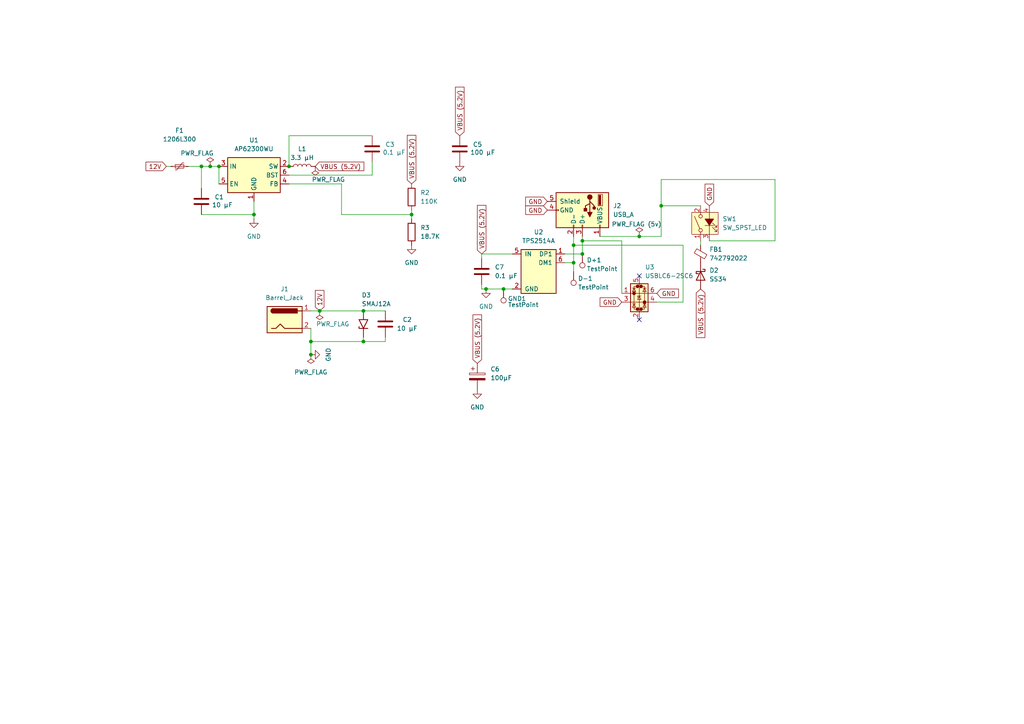
<source format=kicad_sch>
(kicad_sch
	(version 20250114)
	(generator "eeschema")
	(generator_version "9.0")
	(uuid "40d98473-17f9-4134-8602-0814bfe09614")
	(paper "A4")
	(lib_symbols
		(symbol "Connector:Barrel_Jack"
			(pin_names
				(offset 1.016)
			)
			(exclude_from_sim no)
			(in_bom yes)
			(on_board yes)
			(property "Reference" "J"
				(at 0 5.334 0)
				(effects
					(font
						(size 1.27 1.27)
					)
				)
			)
			(property "Value" "Barrel_Jack"
				(at 0 -5.08 0)
				(effects
					(font
						(size 1.27 1.27)
					)
				)
			)
			(property "Footprint" ""
				(at 1.27 -1.016 0)
				(effects
					(font
						(size 1.27 1.27)
					)
					(hide yes)
				)
			)
			(property "Datasheet" "~"
				(at 1.27 -1.016 0)
				(effects
					(font
						(size 1.27 1.27)
					)
					(hide yes)
				)
			)
			(property "Description" "DC Barrel Jack"
				(at 0 0 0)
				(effects
					(font
						(size 1.27 1.27)
					)
					(hide yes)
				)
			)
			(property "ki_keywords" "DC power barrel jack connector"
				(at 0 0 0)
				(effects
					(font
						(size 1.27 1.27)
					)
					(hide yes)
				)
			)
			(property "ki_fp_filters" "BarrelJack*"
				(at 0 0 0)
				(effects
					(font
						(size 1.27 1.27)
					)
					(hide yes)
				)
			)
			(symbol "Barrel_Jack_0_1"
				(rectangle
					(start -5.08 3.81)
					(end 5.08 -3.81)
					(stroke
						(width 0.254)
						(type default)
					)
					(fill
						(type background)
					)
				)
				(polyline
					(pts
						(xy -3.81 -2.54) (xy -2.54 -2.54) (xy -1.27 -1.27) (xy 0 -2.54) (xy 2.54 -2.54) (xy 5.08 -2.54)
					)
					(stroke
						(width 0.254)
						(type default)
					)
					(fill
						(type none)
					)
				)
				(arc
					(start -3.302 1.905)
					(mid -3.9343 2.54)
					(end -3.302 3.175)
					(stroke
						(width 0.254)
						(type default)
					)
					(fill
						(type none)
					)
				)
				(arc
					(start -3.302 1.905)
					(mid -3.9343 2.54)
					(end -3.302 3.175)
					(stroke
						(width 0.254)
						(type default)
					)
					(fill
						(type outline)
					)
				)
				(rectangle
					(start 3.683 3.175)
					(end -3.302 1.905)
					(stroke
						(width 0.254)
						(type default)
					)
					(fill
						(type outline)
					)
				)
				(polyline
					(pts
						(xy 5.08 2.54) (xy 3.81 2.54)
					)
					(stroke
						(width 0.254)
						(type default)
					)
					(fill
						(type none)
					)
				)
			)
			(symbol "Barrel_Jack_1_1"
				(pin passive line
					(at 7.62 2.54 180)
					(length 2.54)
					(name "~"
						(effects
							(font
								(size 1.27 1.27)
							)
						)
					)
					(number "1"
						(effects
							(font
								(size 1.27 1.27)
							)
						)
					)
				)
				(pin passive line
					(at 7.62 -2.54 180)
					(length 2.54)
					(name "~"
						(effects
							(font
								(size 1.27 1.27)
							)
						)
					)
					(number "2"
						(effects
							(font
								(size 1.27 1.27)
							)
						)
					)
				)
			)
			(embedded_fonts no)
		)
		(symbol "Connector:TestPoint"
			(pin_numbers
				(hide yes)
			)
			(pin_names
				(offset 0.762)
				(hide yes)
			)
			(exclude_from_sim no)
			(in_bom yes)
			(on_board yes)
			(property "Reference" "TP"
				(at 0 6.858 0)
				(effects
					(font
						(size 1.27 1.27)
					)
				)
			)
			(property "Value" "TestPoint"
				(at 0 5.08 0)
				(effects
					(font
						(size 1.27 1.27)
					)
				)
			)
			(property "Footprint" ""
				(at 5.08 0 0)
				(effects
					(font
						(size 1.27 1.27)
					)
					(hide yes)
				)
			)
			(property "Datasheet" "~"
				(at 5.08 0 0)
				(effects
					(font
						(size 1.27 1.27)
					)
					(hide yes)
				)
			)
			(property "Description" "test point"
				(at 0 0 0)
				(effects
					(font
						(size 1.27 1.27)
					)
					(hide yes)
				)
			)
			(property "ki_keywords" "test point tp"
				(at 0 0 0)
				(effects
					(font
						(size 1.27 1.27)
					)
					(hide yes)
				)
			)
			(property "ki_fp_filters" "Pin* Test*"
				(at 0 0 0)
				(effects
					(font
						(size 1.27 1.27)
					)
					(hide yes)
				)
			)
			(symbol "TestPoint_0_1"
				(circle
					(center 0 3.302)
					(radius 0.762)
					(stroke
						(width 0)
						(type default)
					)
					(fill
						(type none)
					)
				)
			)
			(symbol "TestPoint_1_1"
				(pin passive line
					(at 0 0 90)
					(length 2.54)
					(name "1"
						(effects
							(font
								(size 1.27 1.27)
							)
						)
					)
					(number "1"
						(effects
							(font
								(size 1.27 1.27)
							)
						)
					)
				)
			)
			(embedded_fonts no)
		)
		(symbol "Connector:USB_A"
			(pin_names
				(offset 1.016)
			)
			(exclude_from_sim no)
			(in_bom yes)
			(on_board yes)
			(property "Reference" "J"
				(at -5.08 11.43 0)
				(effects
					(font
						(size 1.27 1.27)
					)
					(justify left)
				)
			)
			(property "Value" "USB_A"
				(at -5.08 8.89 0)
				(effects
					(font
						(size 1.27 1.27)
					)
					(justify left)
				)
			)
			(property "Footprint" ""
				(at 3.81 -1.27 0)
				(effects
					(font
						(size 1.27 1.27)
					)
					(hide yes)
				)
			)
			(property "Datasheet" "~"
				(at 3.81 -1.27 0)
				(effects
					(font
						(size 1.27 1.27)
					)
					(hide yes)
				)
			)
			(property "Description" "USB Type A connector"
				(at 0 0 0)
				(effects
					(font
						(size 1.27 1.27)
					)
					(hide yes)
				)
			)
			(property "ki_keywords" "connector USB"
				(at 0 0 0)
				(effects
					(font
						(size 1.27 1.27)
					)
					(hide yes)
				)
			)
			(property "ki_fp_filters" "USB*"
				(at 0 0 0)
				(effects
					(font
						(size 1.27 1.27)
					)
					(hide yes)
				)
			)
			(symbol "USB_A_0_1"
				(rectangle
					(start -5.08 -7.62)
					(end 5.08 7.62)
					(stroke
						(width 0.254)
						(type default)
					)
					(fill
						(type background)
					)
				)
				(circle
					(center -3.81 2.159)
					(radius 0.635)
					(stroke
						(width 0.254)
						(type default)
					)
					(fill
						(type outline)
					)
				)
				(polyline
					(pts
						(xy -3.175 2.159) (xy -2.54 2.159) (xy -1.27 3.429) (xy -0.635 3.429)
					)
					(stroke
						(width 0.254)
						(type default)
					)
					(fill
						(type none)
					)
				)
				(polyline
					(pts
						(xy -2.54 2.159) (xy -1.905 2.159) (xy -1.27 0.889) (xy 0 0.889)
					)
					(stroke
						(width 0.254)
						(type default)
					)
					(fill
						(type none)
					)
				)
				(rectangle
					(start -1.524 4.826)
					(end -4.318 5.334)
					(stroke
						(width 0)
						(type default)
					)
					(fill
						(type outline)
					)
				)
				(rectangle
					(start -1.27 4.572)
					(end -4.572 5.842)
					(stroke
						(width 0)
						(type default)
					)
					(fill
						(type none)
					)
				)
				(circle
					(center -0.635 3.429)
					(radius 0.381)
					(stroke
						(width 0.254)
						(type default)
					)
					(fill
						(type outline)
					)
				)
				(rectangle
					(start -0.127 -7.62)
					(end 0.127 -6.858)
					(stroke
						(width 0)
						(type default)
					)
					(fill
						(type none)
					)
				)
				(rectangle
					(start 0.254 1.27)
					(end -0.508 0.508)
					(stroke
						(width 0.254)
						(type default)
					)
					(fill
						(type outline)
					)
				)
				(polyline
					(pts
						(xy 0.635 2.794) (xy 0.635 1.524) (xy 1.905 2.159) (xy 0.635 2.794)
					)
					(stroke
						(width 0.254)
						(type default)
					)
					(fill
						(type outline)
					)
				)
				(rectangle
					(start 5.08 4.953)
					(end 4.318 5.207)
					(stroke
						(width 0)
						(type default)
					)
					(fill
						(type none)
					)
				)
				(rectangle
					(start 5.08 -0.127)
					(end 4.318 0.127)
					(stroke
						(width 0)
						(type default)
					)
					(fill
						(type none)
					)
				)
				(rectangle
					(start 5.08 -2.667)
					(end 4.318 -2.413)
					(stroke
						(width 0)
						(type default)
					)
					(fill
						(type none)
					)
				)
			)
			(symbol "USB_A_1_1"
				(polyline
					(pts
						(xy -1.905 2.159) (xy 0.635 2.159)
					)
					(stroke
						(width 0.254)
						(type default)
					)
					(fill
						(type none)
					)
				)
				(pin passive line
					(at -2.54 -10.16 90)
					(length 2.54)
					(name "Shield"
						(effects
							(font
								(size 1.27 1.27)
							)
						)
					)
					(number "5"
						(effects
							(font
								(size 1.27 1.27)
							)
						)
					)
				)
				(pin power_in line
					(at 0 -10.16 90)
					(length 2.54)
					(name "GND"
						(effects
							(font
								(size 1.27 1.27)
							)
						)
					)
					(number "4"
						(effects
							(font
								(size 1.27 1.27)
							)
						)
					)
				)
				(pin power_in line
					(at 7.62 5.08 180)
					(length 2.54)
					(name "VBUS"
						(effects
							(font
								(size 1.27 1.27)
							)
						)
					)
					(number "1"
						(effects
							(font
								(size 1.27 1.27)
							)
						)
					)
				)
				(pin bidirectional line
					(at 7.62 0 180)
					(length 2.54)
					(name "D+"
						(effects
							(font
								(size 1.27 1.27)
							)
						)
					)
					(number "3"
						(effects
							(font
								(size 1.27 1.27)
							)
						)
					)
				)
				(pin bidirectional line
					(at 7.62 -2.54 180)
					(length 2.54)
					(name "D-"
						(effects
							(font
								(size 1.27 1.27)
							)
						)
					)
					(number "2"
						(effects
							(font
								(size 1.27 1.27)
							)
						)
					)
				)
			)
			(embedded_fonts no)
		)
		(symbol "Device:C"
			(pin_numbers
				(hide yes)
			)
			(pin_names
				(offset 0.254)
			)
			(exclude_from_sim no)
			(in_bom yes)
			(on_board yes)
			(property "Reference" "C"
				(at 0.635 2.54 0)
				(effects
					(font
						(size 1.27 1.27)
					)
					(justify left)
				)
			)
			(property "Value" "C"
				(at 0.635 -2.54 0)
				(effects
					(font
						(size 1.27 1.27)
					)
					(justify left)
				)
			)
			(property "Footprint" ""
				(at 0.9652 -3.81 0)
				(effects
					(font
						(size 1.27 1.27)
					)
					(hide yes)
				)
			)
			(property "Datasheet" "~"
				(at 0 0 0)
				(effects
					(font
						(size 1.27 1.27)
					)
					(hide yes)
				)
			)
			(property "Description" "Unpolarized capacitor"
				(at 0 0 0)
				(effects
					(font
						(size 1.27 1.27)
					)
					(hide yes)
				)
			)
			(property "ki_keywords" "cap capacitor"
				(at 0 0 0)
				(effects
					(font
						(size 1.27 1.27)
					)
					(hide yes)
				)
			)
			(property "ki_fp_filters" "C_*"
				(at 0 0 0)
				(effects
					(font
						(size 1.27 1.27)
					)
					(hide yes)
				)
			)
			(symbol "C_0_1"
				(polyline
					(pts
						(xy -2.032 0.762) (xy 2.032 0.762)
					)
					(stroke
						(width 0.508)
						(type default)
					)
					(fill
						(type none)
					)
				)
				(polyline
					(pts
						(xy -2.032 -0.762) (xy 2.032 -0.762)
					)
					(stroke
						(width 0.508)
						(type default)
					)
					(fill
						(type none)
					)
				)
			)
			(symbol "C_1_1"
				(pin passive line
					(at 0 3.81 270)
					(length 2.794)
					(name "~"
						(effects
							(font
								(size 1.27 1.27)
							)
						)
					)
					(number "1"
						(effects
							(font
								(size 1.27 1.27)
							)
						)
					)
				)
				(pin passive line
					(at 0 -3.81 90)
					(length 2.794)
					(name "~"
						(effects
							(font
								(size 1.27 1.27)
							)
						)
					)
					(number "2"
						(effects
							(font
								(size 1.27 1.27)
							)
						)
					)
				)
			)
			(embedded_fonts no)
		)
		(symbol "Device:C_Polarized"
			(pin_numbers
				(hide yes)
			)
			(pin_names
				(offset 0.254)
			)
			(exclude_from_sim no)
			(in_bom yes)
			(on_board yes)
			(property "Reference" "C"
				(at 0.635 2.54 0)
				(effects
					(font
						(size 1.27 1.27)
					)
					(justify left)
				)
			)
			(property "Value" "C_Polarized"
				(at 0.635 -2.54 0)
				(effects
					(font
						(size 1.27 1.27)
					)
					(justify left)
				)
			)
			(property "Footprint" ""
				(at 0.9652 -3.81 0)
				(effects
					(font
						(size 1.27 1.27)
					)
					(hide yes)
				)
			)
			(property "Datasheet" "~"
				(at 0 0 0)
				(effects
					(font
						(size 1.27 1.27)
					)
					(hide yes)
				)
			)
			(property "Description" "Polarized capacitor"
				(at 0 0 0)
				(effects
					(font
						(size 1.27 1.27)
					)
					(hide yes)
				)
			)
			(property "ki_keywords" "cap capacitor"
				(at 0 0 0)
				(effects
					(font
						(size 1.27 1.27)
					)
					(hide yes)
				)
			)
			(property "ki_fp_filters" "CP_*"
				(at 0 0 0)
				(effects
					(font
						(size 1.27 1.27)
					)
					(hide yes)
				)
			)
			(symbol "C_Polarized_0_1"
				(rectangle
					(start -2.286 0.508)
					(end 2.286 1.016)
					(stroke
						(width 0)
						(type default)
					)
					(fill
						(type none)
					)
				)
				(polyline
					(pts
						(xy -1.778 2.286) (xy -0.762 2.286)
					)
					(stroke
						(width 0)
						(type default)
					)
					(fill
						(type none)
					)
				)
				(polyline
					(pts
						(xy -1.27 2.794) (xy -1.27 1.778)
					)
					(stroke
						(width 0)
						(type default)
					)
					(fill
						(type none)
					)
				)
				(rectangle
					(start 2.286 -0.508)
					(end -2.286 -1.016)
					(stroke
						(width 0)
						(type default)
					)
					(fill
						(type outline)
					)
				)
			)
			(symbol "C_Polarized_1_1"
				(pin passive line
					(at 0 3.81 270)
					(length 2.794)
					(name "~"
						(effects
							(font
								(size 1.27 1.27)
							)
						)
					)
					(number "1"
						(effects
							(font
								(size 1.27 1.27)
							)
						)
					)
				)
				(pin passive line
					(at 0 -3.81 90)
					(length 2.794)
					(name "~"
						(effects
							(font
								(size 1.27 1.27)
							)
						)
					)
					(number "2"
						(effects
							(font
								(size 1.27 1.27)
							)
						)
					)
				)
			)
			(embedded_fonts no)
		)
		(symbol "Device:FerriteBead_Small"
			(pin_numbers
				(hide yes)
			)
			(pin_names
				(offset 0)
			)
			(exclude_from_sim no)
			(in_bom yes)
			(on_board yes)
			(property "Reference" "FB"
				(at 1.905 1.27 0)
				(effects
					(font
						(size 1.27 1.27)
					)
					(justify left)
				)
			)
			(property "Value" "FerriteBead_Small"
				(at 1.905 -1.27 0)
				(effects
					(font
						(size 1.27 1.27)
					)
					(justify left)
				)
			)
			(property "Footprint" ""
				(at -1.778 0 90)
				(effects
					(font
						(size 1.27 1.27)
					)
					(hide yes)
				)
			)
			(property "Datasheet" "~"
				(at 0 0 0)
				(effects
					(font
						(size 1.27 1.27)
					)
					(hide yes)
				)
			)
			(property "Description" "Ferrite bead, small symbol"
				(at 0 0 0)
				(effects
					(font
						(size 1.27 1.27)
					)
					(hide yes)
				)
			)
			(property "ki_keywords" "L ferrite bead inductor filter"
				(at 0 0 0)
				(effects
					(font
						(size 1.27 1.27)
					)
					(hide yes)
				)
			)
			(property "ki_fp_filters" "Inductor_* L_* *Ferrite*"
				(at 0 0 0)
				(effects
					(font
						(size 1.27 1.27)
					)
					(hide yes)
				)
			)
			(symbol "FerriteBead_Small_0_1"
				(polyline
					(pts
						(xy -1.8288 0.2794) (xy -1.1176 1.4986) (xy 1.8288 -0.2032) (xy 1.1176 -1.4224) (xy -1.8288 0.2794)
					)
					(stroke
						(width 0)
						(type default)
					)
					(fill
						(type none)
					)
				)
				(polyline
					(pts
						(xy 0 0.889) (xy 0 1.2954)
					)
					(stroke
						(width 0)
						(type default)
					)
					(fill
						(type none)
					)
				)
				(polyline
					(pts
						(xy 0 -1.27) (xy 0 -0.7874)
					)
					(stroke
						(width 0)
						(type default)
					)
					(fill
						(type none)
					)
				)
			)
			(symbol "FerriteBead_Small_1_1"
				(pin passive line
					(at 0 2.54 270)
					(length 1.27)
					(name "~"
						(effects
							(font
								(size 1.27 1.27)
							)
						)
					)
					(number "1"
						(effects
							(font
								(size 1.27 1.27)
							)
						)
					)
				)
				(pin passive line
					(at 0 -2.54 90)
					(length 1.27)
					(name "~"
						(effects
							(font
								(size 1.27 1.27)
							)
						)
					)
					(number "2"
						(effects
							(font
								(size 1.27 1.27)
							)
						)
					)
				)
			)
			(embedded_fonts no)
		)
		(symbol "Device:L"
			(pin_numbers
				(hide yes)
			)
			(pin_names
				(offset 1.016)
				(hide yes)
			)
			(exclude_from_sim no)
			(in_bom yes)
			(on_board yes)
			(property "Reference" "L"
				(at -1.27 0 90)
				(effects
					(font
						(size 1.27 1.27)
					)
				)
			)
			(property "Value" "L"
				(at 1.905 0 90)
				(effects
					(font
						(size 1.27 1.27)
					)
				)
			)
			(property "Footprint" ""
				(at 0 0 0)
				(effects
					(font
						(size 1.27 1.27)
					)
					(hide yes)
				)
			)
			(property "Datasheet" "~"
				(at 0 0 0)
				(effects
					(font
						(size 1.27 1.27)
					)
					(hide yes)
				)
			)
			(property "Description" "Inductor"
				(at 0 0 0)
				(effects
					(font
						(size 1.27 1.27)
					)
					(hide yes)
				)
			)
			(property "ki_keywords" "inductor choke coil reactor magnetic"
				(at 0 0 0)
				(effects
					(font
						(size 1.27 1.27)
					)
					(hide yes)
				)
			)
			(property "ki_fp_filters" "Choke_* *Coil* Inductor_* L_*"
				(at 0 0 0)
				(effects
					(font
						(size 1.27 1.27)
					)
					(hide yes)
				)
			)
			(symbol "L_0_1"
				(arc
					(start 0 2.54)
					(mid 0.6323 1.905)
					(end 0 1.27)
					(stroke
						(width 0)
						(type default)
					)
					(fill
						(type none)
					)
				)
				(arc
					(start 0 1.27)
					(mid 0.6323 0.635)
					(end 0 0)
					(stroke
						(width 0)
						(type default)
					)
					(fill
						(type none)
					)
				)
				(arc
					(start 0 0)
					(mid 0.6323 -0.635)
					(end 0 -1.27)
					(stroke
						(width 0)
						(type default)
					)
					(fill
						(type none)
					)
				)
				(arc
					(start 0 -1.27)
					(mid 0.6323 -1.905)
					(end 0 -2.54)
					(stroke
						(width 0)
						(type default)
					)
					(fill
						(type none)
					)
				)
			)
			(symbol "L_1_1"
				(pin passive line
					(at 0 3.81 270)
					(length 1.27)
					(name "1"
						(effects
							(font
								(size 1.27 1.27)
							)
						)
					)
					(number "1"
						(effects
							(font
								(size 1.27 1.27)
							)
						)
					)
				)
				(pin passive line
					(at 0 -3.81 90)
					(length 1.27)
					(name "2"
						(effects
							(font
								(size 1.27 1.27)
							)
						)
					)
					(number "2"
						(effects
							(font
								(size 1.27 1.27)
							)
						)
					)
				)
			)
			(embedded_fonts no)
		)
		(symbol "Device:Polyfuse_Small"
			(pin_numbers
				(hide yes)
			)
			(pin_names
				(offset 0)
			)
			(exclude_from_sim no)
			(in_bom yes)
			(on_board yes)
			(property "Reference" "F"
				(at -1.905 0 90)
				(effects
					(font
						(size 1.27 1.27)
					)
				)
			)
			(property "Value" "Polyfuse_Small"
				(at 1.905 0 90)
				(effects
					(font
						(size 1.27 1.27)
					)
				)
			)
			(property "Footprint" ""
				(at 1.27 -5.08 0)
				(effects
					(font
						(size 1.27 1.27)
					)
					(justify left)
					(hide yes)
				)
			)
			(property "Datasheet" "~"
				(at 0 0 0)
				(effects
					(font
						(size 1.27 1.27)
					)
					(hide yes)
				)
			)
			(property "Description" "Resettable fuse, polymeric positive temperature coefficient, small symbol"
				(at 0 0 0)
				(effects
					(font
						(size 1.27 1.27)
					)
					(hide yes)
				)
			)
			(property "ki_keywords" "resettable fuse PTC PPTC polyfuse polyswitch"
				(at 0 0 0)
				(effects
					(font
						(size 1.27 1.27)
					)
					(hide yes)
				)
			)
			(property "ki_fp_filters" "*polyfuse* *PTC*"
				(at 0 0 0)
				(effects
					(font
						(size 1.27 1.27)
					)
					(hide yes)
				)
			)
			(symbol "Polyfuse_Small_0_1"
				(polyline
					(pts
						(xy -1.016 1.27) (xy -1.016 0.762) (xy 1.016 -0.762) (xy 1.016 -1.27)
					)
					(stroke
						(width 0)
						(type default)
					)
					(fill
						(type none)
					)
				)
				(rectangle
					(start -0.508 1.27)
					(end 0.508 -1.27)
					(stroke
						(width 0)
						(type default)
					)
					(fill
						(type none)
					)
				)
				(polyline
					(pts
						(xy 0 2.54) (xy 0 -2.54)
					)
					(stroke
						(width 0)
						(type default)
					)
					(fill
						(type none)
					)
				)
			)
			(symbol "Polyfuse_Small_1_1"
				(pin passive line
					(at 0 2.54 270)
					(length 0.635)
					(name "~"
						(effects
							(font
								(size 1.27 1.27)
							)
						)
					)
					(number "1"
						(effects
							(font
								(size 1.27 1.27)
							)
						)
					)
				)
				(pin passive line
					(at 0 -2.54 90)
					(length 0.635)
					(name "~"
						(effects
							(font
								(size 1.27 1.27)
							)
						)
					)
					(number "2"
						(effects
							(font
								(size 1.27 1.27)
							)
						)
					)
				)
			)
			(embedded_fonts no)
		)
		(symbol "Device:R"
			(pin_numbers
				(hide yes)
			)
			(pin_names
				(offset 0)
			)
			(exclude_from_sim no)
			(in_bom yes)
			(on_board yes)
			(property "Reference" "R"
				(at 2.032 0 90)
				(effects
					(font
						(size 1.27 1.27)
					)
				)
			)
			(property "Value" "R"
				(at 0 0 90)
				(effects
					(font
						(size 1.27 1.27)
					)
				)
			)
			(property "Footprint" ""
				(at -1.778 0 90)
				(effects
					(font
						(size 1.27 1.27)
					)
					(hide yes)
				)
			)
			(property "Datasheet" "~"
				(at 0 0 0)
				(effects
					(font
						(size 1.27 1.27)
					)
					(hide yes)
				)
			)
			(property "Description" "Resistor"
				(at 0 0 0)
				(effects
					(font
						(size 1.27 1.27)
					)
					(hide yes)
				)
			)
			(property "ki_keywords" "R res resistor"
				(at 0 0 0)
				(effects
					(font
						(size 1.27 1.27)
					)
					(hide yes)
				)
			)
			(property "ki_fp_filters" "R_*"
				(at 0 0 0)
				(effects
					(font
						(size 1.27 1.27)
					)
					(hide yes)
				)
			)
			(symbol "R_0_1"
				(rectangle
					(start -1.016 -2.54)
					(end 1.016 2.54)
					(stroke
						(width 0.254)
						(type default)
					)
					(fill
						(type none)
					)
				)
			)
			(symbol "R_1_1"
				(pin passive line
					(at 0 3.81 270)
					(length 1.27)
					(name "~"
						(effects
							(font
								(size 1.27 1.27)
							)
						)
					)
					(number "1"
						(effects
							(font
								(size 1.27 1.27)
							)
						)
					)
				)
				(pin passive line
					(at 0 -3.81 90)
					(length 1.27)
					(name "~"
						(effects
							(font
								(size 1.27 1.27)
							)
						)
					)
					(number "2"
						(effects
							(font
								(size 1.27 1.27)
							)
						)
					)
				)
			)
			(embedded_fonts no)
		)
		(symbol "Diode:SMAJ12A"
			(pin_numbers
				(hide yes)
			)
			(pin_names
				(offset 1.016)
				(hide yes)
			)
			(exclude_from_sim no)
			(in_bom yes)
			(on_board yes)
			(property "Reference" "D"
				(at 0 2.54 0)
				(effects
					(font
						(size 1.27 1.27)
					)
				)
			)
			(property "Value" "SMAJ12A"
				(at 0 -2.54 0)
				(effects
					(font
						(size 1.27 1.27)
					)
				)
			)
			(property "Footprint" "Diode_SMD:D_SMA"
				(at 0 -5.08 0)
				(effects
					(font
						(size 1.27 1.27)
					)
					(hide yes)
				)
			)
			(property "Datasheet" "https://www.littelfuse.com/media?resourcetype=datasheets&itemid=75e32973-b177-4ee3-a0ff-cedaf1abdb93&filename=smaj-datasheet"
				(at -1.27 0 0)
				(effects
					(font
						(size 1.27 1.27)
					)
					(hide yes)
				)
			)
			(property "Description" "400W unidirectional Transient Voltage Suppressor, 12.0Vr, SMA(DO-214AC)"
				(at 0 0 0)
				(effects
					(font
						(size 1.27 1.27)
					)
					(hide yes)
				)
			)
			(property "ki_keywords" "unidirectional diode TVS voltage suppressor"
				(at 0 0 0)
				(effects
					(font
						(size 1.27 1.27)
					)
					(hide yes)
				)
			)
			(property "ki_fp_filters" "D*SMA*"
				(at 0 0 0)
				(effects
					(font
						(size 1.27 1.27)
					)
					(hide yes)
				)
			)
			(symbol "SMAJ12A_0_1"
				(polyline
					(pts
						(xy -0.762 1.27) (xy -1.27 1.27) (xy -1.27 -1.27)
					)
					(stroke
						(width 0.254)
						(type default)
					)
					(fill
						(type none)
					)
				)
				(polyline
					(pts
						(xy 1.27 1.27) (xy 1.27 -1.27) (xy -1.27 0) (xy 1.27 1.27)
					)
					(stroke
						(width 0.254)
						(type default)
					)
					(fill
						(type none)
					)
				)
			)
			(symbol "SMAJ12A_1_1"
				(pin passive line
					(at -3.81 0 0)
					(length 2.54)
					(name "A1"
						(effects
							(font
								(size 1.27 1.27)
							)
						)
					)
					(number "1"
						(effects
							(font
								(size 1.27 1.27)
							)
						)
					)
				)
				(pin passive line
					(at 3.81 0 180)
					(length 2.54)
					(name "A2"
						(effects
							(font
								(size 1.27 1.27)
							)
						)
					)
					(number "2"
						(effects
							(font
								(size 1.27 1.27)
							)
						)
					)
				)
			)
			(embedded_fonts no)
		)
		(symbol "Diode:SS34"
			(pin_numbers
				(hide yes)
			)
			(pin_names
				(offset 1.016)
				(hide yes)
			)
			(exclude_from_sim no)
			(in_bom yes)
			(on_board yes)
			(property "Reference" "D"
				(at 0 2.54 0)
				(effects
					(font
						(size 1.27 1.27)
					)
				)
			)
			(property "Value" "SS34"
				(at 0 -2.54 0)
				(effects
					(font
						(size 1.27 1.27)
					)
				)
			)
			(property "Footprint" "Diode_SMD:D_SMA"
				(at 0 -4.445 0)
				(effects
					(font
						(size 1.27 1.27)
					)
					(hide yes)
				)
			)
			(property "Datasheet" "https://www.vishay.com/docs/88751/ss32.pdf"
				(at 0 0 0)
				(effects
					(font
						(size 1.27 1.27)
					)
					(hide yes)
				)
			)
			(property "Description" "40V 3A Schottky Diode, SMA"
				(at 0 0 0)
				(effects
					(font
						(size 1.27 1.27)
					)
					(hide yes)
				)
			)
			(property "ki_keywords" "diode Schottky"
				(at 0 0 0)
				(effects
					(font
						(size 1.27 1.27)
					)
					(hide yes)
				)
			)
			(property "ki_fp_filters" "D*SMA*"
				(at 0 0 0)
				(effects
					(font
						(size 1.27 1.27)
					)
					(hide yes)
				)
			)
			(symbol "SS34_0_1"
				(polyline
					(pts
						(xy -1.905 0.635) (xy -1.905 1.27) (xy -1.27 1.27) (xy -1.27 -1.27) (xy -0.635 -1.27) (xy -0.635 -0.635)
					)
					(stroke
						(width 0.254)
						(type default)
					)
					(fill
						(type none)
					)
				)
				(polyline
					(pts
						(xy 1.27 1.27) (xy 1.27 -1.27) (xy -1.27 0) (xy 1.27 1.27)
					)
					(stroke
						(width 0.254)
						(type default)
					)
					(fill
						(type none)
					)
				)
				(polyline
					(pts
						(xy 1.27 0) (xy -1.27 0)
					)
					(stroke
						(width 0)
						(type default)
					)
					(fill
						(type none)
					)
				)
			)
			(symbol "SS34_1_1"
				(pin passive line
					(at -3.81 0 0)
					(length 2.54)
					(name "K"
						(effects
							(font
								(size 1.27 1.27)
							)
						)
					)
					(number "1"
						(effects
							(font
								(size 1.27 1.27)
							)
						)
					)
				)
				(pin passive line
					(at 3.81 0 180)
					(length 2.54)
					(name "A"
						(effects
							(font
								(size 1.27 1.27)
							)
						)
					)
					(number "2"
						(effects
							(font
								(size 1.27 1.27)
							)
						)
					)
				)
			)
			(embedded_fonts no)
		)
		(symbol "Interface_USB:TPS2514A"
			(pin_names
				(offset 1.016)
			)
			(exclude_from_sim no)
			(in_bom yes)
			(on_board yes)
			(property "Reference" "U"
				(at -3.81 -7.62 0)
				(effects
					(font
						(size 1.27 1.27)
					)
				)
			)
			(property "Value" "TPS2514A"
				(at 0 7.62 0)
				(effects
					(font
						(size 1.27 1.27)
					)
				)
			)
			(property "Footprint" "Package_TO_SOT_SMD:SOT-23-6"
				(at 0 -10.16 0)
				(effects
					(font
						(size 1.27 1.27)
					)
					(hide yes)
				)
			)
			(property "Datasheet" "http://www.ti.com/lit/ds/symlink/tps2513.pdf"
				(at 0 1.27 0)
				(effects
					(font
						(size 1.27 1.27)
					)
					(hide yes)
				)
			)
			(property "Description" "USB Dedicated Charging Port Controller"
				(at 0 0 0)
				(effects
					(font
						(size 1.27 1.27)
					)
					(hide yes)
				)
			)
			(property "ki_keywords" "USB Charge"
				(at 0 0 0)
				(effects
					(font
						(size 1.27 1.27)
					)
					(hide yes)
				)
			)
			(property "ki_fp_filters" "SOT?23*"
				(at 0 0 0)
				(effects
					(font
						(size 1.27 1.27)
					)
					(hide yes)
				)
			)
			(symbol "TPS2514A_0_1"
				(rectangle
					(start -5.08 6.35)
					(end 5.08 -6.35)
					(stroke
						(width 0.254)
						(type default)
					)
					(fill
						(type background)
					)
				)
			)
			(symbol "TPS2514A_1_1"
				(pin power_in line
					(at -7.62 5.08 0)
					(length 2.54)
					(name "IN"
						(effects
							(font
								(size 1.27 1.27)
							)
						)
					)
					(number "5"
						(effects
							(font
								(size 1.27 1.27)
							)
						)
					)
				)
				(pin power_in line
					(at -7.62 -5.08 0)
					(length 2.54)
					(name "GND"
						(effects
							(font
								(size 1.27 1.27)
							)
						)
					)
					(number "2"
						(effects
							(font
								(size 1.27 1.27)
							)
						)
					)
				)
				(pin no_connect line
					(at 5.08 -2.54 180)
					(length 2.54)
					(hide yes)
					(name "NC"
						(effects
							(font
								(size 1.27 1.27)
							)
						)
					)
					(number "3"
						(effects
							(font
								(size 1.27 1.27)
							)
						)
					)
				)
				(pin no_connect line
					(at 5.08 -5.08 180)
					(length 2.54)
					(hide yes)
					(name "NC"
						(effects
							(font
								(size 1.27 1.27)
							)
						)
					)
					(number "4"
						(effects
							(font
								(size 1.27 1.27)
							)
						)
					)
				)
				(pin input line
					(at 7.62 5.08 180)
					(length 2.54)
					(name "DP1"
						(effects
							(font
								(size 1.27 1.27)
							)
						)
					)
					(number "1"
						(effects
							(font
								(size 1.27 1.27)
							)
						)
					)
				)
				(pin input line
					(at 7.62 2.54 180)
					(length 2.54)
					(name "DM1"
						(effects
							(font
								(size 1.27 1.27)
							)
						)
					)
					(number "6"
						(effects
							(font
								(size 1.27 1.27)
							)
						)
					)
				)
			)
			(embedded_fonts no)
		)
		(symbol "Power_Protection:USBLC6-2SC6"
			(pin_names
				(hide yes)
			)
			(exclude_from_sim no)
			(in_bom yes)
			(on_board yes)
			(property "Reference" "U"
				(at 0.635 5.715 0)
				(effects
					(font
						(size 1.27 1.27)
					)
					(justify left)
				)
			)
			(property "Value" "USBLC6-2SC6"
				(at 0.635 3.81 0)
				(effects
					(font
						(size 1.27 1.27)
					)
					(justify left)
				)
			)
			(property "Footprint" "Package_TO_SOT_SMD:SOT-23-6"
				(at 1.27 -6.35 0)
				(effects
					(font
						(size 1.27 1.27)
						(italic yes)
					)
					(justify left)
					(hide yes)
				)
			)
			(property "Datasheet" "https://www.st.com/resource/en/datasheet/usblc6-2.pdf"
				(at 1.27 -8.255 0)
				(effects
					(font
						(size 1.27 1.27)
					)
					(justify left)
					(hide yes)
				)
			)
			(property "Description" "Very low capacitance ESD protection diode, 2 data-line, SOT-23-6"
				(at 0 0 0)
				(effects
					(font
						(size 1.27 1.27)
					)
					(hide yes)
				)
			)
			(property "ki_keywords" "usb ethernet video"
				(at 0 0 0)
				(effects
					(font
						(size 1.27 1.27)
					)
					(hide yes)
				)
			)
			(property "ki_fp_filters" "SOT?23*"
				(at 0 0 0)
				(effects
					(font
						(size 1.27 1.27)
					)
					(hide yes)
				)
			)
			(symbol "USBLC6-2SC6_0_0"
				(circle
					(center -1.524 0)
					(radius 0.0001)
					(stroke
						(width 0.508)
						(type default)
					)
					(fill
						(type none)
					)
				)
				(circle
					(center -0.508 2.032)
					(radius 0.0001)
					(stroke
						(width 0.508)
						(type default)
					)
					(fill
						(type none)
					)
				)
				(circle
					(center -0.508 -4.572)
					(radius 0.0001)
					(stroke
						(width 0.508)
						(type default)
					)
					(fill
						(type none)
					)
				)
				(circle
					(center 0.508 2.032)
					(radius 0.0001)
					(stroke
						(width 0.508)
						(type default)
					)
					(fill
						(type none)
					)
				)
				(circle
					(center 0.508 -4.572)
					(radius 0.0001)
					(stroke
						(width 0.508)
						(type default)
					)
					(fill
						(type none)
					)
				)
				(circle
					(center 1.524 -2.54)
					(radius 0.0001)
					(stroke
						(width 0.508)
						(type default)
					)
					(fill
						(type none)
					)
				)
			)
			(symbol "USBLC6-2SC6_0_1"
				(polyline
					(pts
						(xy -2.54 0) (xy 2.54 0)
					)
					(stroke
						(width 0)
						(type default)
					)
					(fill
						(type none)
					)
				)
				(polyline
					(pts
						(xy -2.54 -2.54) (xy 2.54 -2.54)
					)
					(stroke
						(width 0)
						(type default)
					)
					(fill
						(type none)
					)
				)
				(polyline
					(pts
						(xy -2.032 0.508) (xy -1.016 0.508) (xy -1.524 1.524) (xy -2.032 0.508)
					)
					(stroke
						(width 0)
						(type default)
					)
					(fill
						(type none)
					)
				)
				(polyline
					(pts
						(xy -2.032 -3.048) (xy -1.016 -3.048)
					)
					(stroke
						(width 0)
						(type default)
					)
					(fill
						(type none)
					)
				)
				(polyline
					(pts
						(xy -1.016 1.524) (xy -2.032 1.524)
					)
					(stroke
						(width 0)
						(type default)
					)
					(fill
						(type none)
					)
				)
				(polyline
					(pts
						(xy -1.016 -4.064) (xy -2.032 -4.064) (xy -1.524 -3.048) (xy -1.016 -4.064)
					)
					(stroke
						(width 0)
						(type default)
					)
					(fill
						(type none)
					)
				)
				(polyline
					(pts
						(xy -0.508 -1.143) (xy -0.508 -0.762) (xy 0.508 -0.762)
					)
					(stroke
						(width 0)
						(type default)
					)
					(fill
						(type none)
					)
				)
				(polyline
					(pts
						(xy 0 2.54) (xy -0.508 2.032) (xy 0.508 2.032) (xy 0 1.524) (xy 0 -4.064) (xy -0.508 -4.572) (xy 0.508 -4.572)
						(xy 0 -5.08)
					)
					(stroke
						(width 0)
						(type default)
					)
					(fill
						(type none)
					)
				)
				(polyline
					(pts
						(xy 0.508 -1.778) (xy -0.508 -1.778) (xy 0 -0.762) (xy 0.508 -1.778)
					)
					(stroke
						(width 0)
						(type default)
					)
					(fill
						(type none)
					)
				)
				(polyline
					(pts
						(xy 1.016 1.524) (xy 2.032 1.524)
					)
					(stroke
						(width 0)
						(type default)
					)
					(fill
						(type none)
					)
				)
				(polyline
					(pts
						(xy 1.016 -3.048) (xy 2.032 -3.048)
					)
					(stroke
						(width 0)
						(type default)
					)
					(fill
						(type none)
					)
				)
				(polyline
					(pts
						(xy 2.032 0.508) (xy 1.016 0.508) (xy 1.524 1.524) (xy 2.032 0.508)
					)
					(stroke
						(width 0)
						(type default)
					)
					(fill
						(type none)
					)
				)
				(polyline
					(pts
						(xy 2.032 -4.064) (xy 1.016 -4.064) (xy 1.524 -3.048) (xy 2.032 -4.064)
					)
					(stroke
						(width 0)
						(type default)
					)
					(fill
						(type none)
					)
				)
			)
			(symbol "USBLC6-2SC6_1_1"
				(rectangle
					(start -2.54 2.794)
					(end 2.54 -5.334)
					(stroke
						(width 0.254)
						(type default)
					)
					(fill
						(type background)
					)
				)
				(polyline
					(pts
						(xy -0.508 2.032) (xy -1.524 2.032) (xy -1.524 -4.572) (xy -0.508 -4.572)
					)
					(stroke
						(width 0)
						(type default)
					)
					(fill
						(type none)
					)
				)
				(polyline
					(pts
						(xy 0.508 -4.572) (xy 1.524 -4.572) (xy 1.524 2.032) (xy 0.508 2.032)
					)
					(stroke
						(width 0)
						(type default)
					)
					(fill
						(type none)
					)
				)
				(pin passive line
					(at -5.08 0 0)
					(length 2.54)
					(name "I/O1"
						(effects
							(font
								(size 1.27 1.27)
							)
						)
					)
					(number "1"
						(effects
							(font
								(size 1.27 1.27)
							)
						)
					)
				)
				(pin passive line
					(at -5.08 -2.54 0)
					(length 2.54)
					(name "I/O2"
						(effects
							(font
								(size 1.27 1.27)
							)
						)
					)
					(number "3"
						(effects
							(font
								(size 1.27 1.27)
							)
						)
					)
				)
				(pin passive line
					(at 0 5.08 270)
					(length 2.54)
					(name "VBUS"
						(effects
							(font
								(size 1.27 1.27)
							)
						)
					)
					(number "5"
						(effects
							(font
								(size 1.27 1.27)
							)
						)
					)
				)
				(pin passive line
					(at 0 -7.62 90)
					(length 2.54)
					(name "GND"
						(effects
							(font
								(size 1.27 1.27)
							)
						)
					)
					(number "2"
						(effects
							(font
								(size 1.27 1.27)
							)
						)
					)
				)
				(pin passive line
					(at 5.08 0 180)
					(length 2.54)
					(name "I/O1"
						(effects
							(font
								(size 1.27 1.27)
							)
						)
					)
					(number "6"
						(effects
							(font
								(size 1.27 1.27)
							)
						)
					)
				)
				(pin passive line
					(at 5.08 -2.54 180)
					(length 2.54)
					(name "I/O2"
						(effects
							(font
								(size 1.27 1.27)
							)
						)
					)
					(number "4"
						(effects
							(font
								(size 1.27 1.27)
							)
						)
					)
				)
			)
			(embedded_fonts no)
		)
		(symbol "Regulator_Switching:AP62300WU"
			(exclude_from_sim no)
			(in_bom yes)
			(on_board yes)
			(property "Reference" "U"
				(at -7.62 6.35 0)
				(effects
					(font
						(size 1.27 1.27)
					)
				)
			)
			(property "Value" "AP62300WU"
				(at 2.54 6.35 0)
				(effects
					(font
						(size 1.27 1.27)
					)
				)
			)
			(property "Footprint" "Package_TO_SOT_SMD:TSOT-23-6"
				(at 0 -22.86 0)
				(effects
					(font
						(size 1.27 1.27)
					)
					(hide yes)
				)
			)
			(property "Datasheet" "https://www.diodes.com/assets/Datasheets/AP62300_AP62301_AP62300T.pdf"
				(at 0 0 0)
				(effects
					(font
						(size 1.27 1.27)
					)
					(hide yes)
				)
			)
			(property "Description" "3A, 750kHz Buck DC/DC Converter, PFM for light load efficiency, 4.2V-18V input voltage, 0.8V-7V adjustable output voltage, TSOT-23-6"
				(at 0 0 0)
				(effects
					(font
						(size 1.27 1.27)
					)
					(hide yes)
				)
			)
			(property "ki_keywords" "3A Buck DC/DC"
				(at 0 0 0)
				(effects
					(font
						(size 1.27 1.27)
					)
					(hide yes)
				)
			)
			(property "ki_fp_filters" "TSOT?23*"
				(at 0 0 0)
				(effects
					(font
						(size 1.27 1.27)
					)
					(hide yes)
				)
			)
			(symbol "AP62300WU_0_1"
				(rectangle
					(start -7.62 5.08)
					(end 7.62 -5.08)
					(stroke
						(width 0.254)
						(type default)
					)
					(fill
						(type background)
					)
				)
			)
			(symbol "AP62300WU_1_1"
				(pin power_in line
					(at -10.16 2.54 0)
					(length 2.54)
					(name "IN"
						(effects
							(font
								(size 1.27 1.27)
							)
						)
					)
					(number "3"
						(effects
							(font
								(size 1.27 1.27)
							)
						)
					)
				)
				(pin passive line
					(at -10.16 -2.54 0)
					(length 2.54)
					(name "EN"
						(effects
							(font
								(size 1.27 1.27)
							)
						)
					)
					(number "5"
						(effects
							(font
								(size 1.27 1.27)
							)
						)
					)
				)
				(pin power_in line
					(at 0 -7.62 90)
					(length 2.54)
					(name "GND"
						(effects
							(font
								(size 1.27 1.27)
							)
						)
					)
					(number "1"
						(effects
							(font
								(size 1.27 1.27)
							)
						)
					)
				)
				(pin output line
					(at 10.16 2.54 180)
					(length 2.54)
					(name "SW"
						(effects
							(font
								(size 1.27 1.27)
							)
						)
					)
					(number "2"
						(effects
							(font
								(size 1.27 1.27)
							)
						)
					)
				)
				(pin passive line
					(at 10.16 0 180)
					(length 2.54)
					(name "BST"
						(effects
							(font
								(size 1.27 1.27)
							)
						)
					)
					(number "6"
						(effects
							(font
								(size 1.27 1.27)
							)
						)
					)
				)
				(pin input line
					(at 10.16 -2.54 180)
					(length 2.54)
					(name "FB"
						(effects
							(font
								(size 1.27 1.27)
							)
						)
					)
					(number "4"
						(effects
							(font
								(size 1.27 1.27)
							)
						)
					)
				)
			)
			(embedded_fonts no)
		)
		(symbol "Switch:SW_SPST_LED"
			(pin_names
				(offset 1.016)
				(hide yes)
			)
			(exclude_from_sim no)
			(in_bom yes)
			(on_board yes)
			(property "Reference" "SW"
				(at 0 6.35 0)
				(effects
					(font
						(size 1.27 1.27)
					)
				)
			)
			(property "Value" "SW_SPST_LED"
				(at 0 -3.81 0)
				(effects
					(font
						(size 1.27 1.27)
					)
				)
			)
			(property "Footprint" ""
				(at 0 7.62 0)
				(effects
					(font
						(size 1.27 1.27)
					)
					(hide yes)
				)
			)
			(property "Datasheet" "~"
				(at 0 -6.35 0)
				(effects
					(font
						(size 1.27 1.27)
					)
					(hide yes)
				)
			)
			(property "Description" "Single Pole Single Throw (SPST) switch with LED, generic"
				(at 0 0 0)
				(effects
					(font
						(size 1.27 1.27)
					)
					(hide yes)
				)
			)
			(property "ki_keywords" "switch SPST LED OFF-ON"
				(at 0 0 0)
				(effects
					(font
						(size 1.27 1.27)
					)
					(hide yes)
				)
			)
			(symbol "SW_SPST_LED_0_0"
				(polyline
					(pts
						(xy -2.54 0) (xy 2.54 0)
					)
					(stroke
						(width 0)
						(type default)
					)
					(fill
						(type none)
					)
				)
				(polyline
					(pts
						(xy -2.413 -1.524) (xy -2.413 -2.159) (xy -1.778 -2.159)
					)
					(stroke
						(width 0)
						(type default)
					)
					(fill
						(type none)
					)
				)
				(polyline
					(pts
						(xy -2.413 -2.159) (xy -1.143 -0.889)
					)
					(stroke
						(width 0)
						(type default)
					)
					(fill
						(type none)
					)
				)
				(polyline
					(pts
						(xy -1.143 -1.524) (xy -1.143 -2.159) (xy -0.508 -2.159)
					)
					(stroke
						(width 0)
						(type default)
					)
					(fill
						(type none)
					)
				)
				(polyline
					(pts
						(xy -1.143 -2.159) (xy 0.127 -0.889)
					)
					(stroke
						(width 0)
						(type default)
					)
					(fill
						(type none)
					)
				)
				(polyline
					(pts
						(xy -0.635 1.27) (xy -0.635 -1.27)
					)
					(stroke
						(width 0)
						(type default)
					)
					(fill
						(type none)
					)
				)
				(polyline
					(pts
						(xy -0.635 0) (xy 1.27 1.27) (xy 1.27 -1.27) (xy -0.635 0)
					)
					(stroke
						(width 0)
						(type default)
					)
					(fill
						(type outline)
					)
				)
			)
			(symbol "SW_SPST_LED_0_1"
				(circle
					(center -2.032 2.54)
					(radius 0.508)
					(stroke
						(width 0)
						(type default)
					)
					(fill
						(type none)
					)
				)
				(polyline
					(pts
						(xy -1.524 2.794) (xy 2.032 4.318)
					)
					(stroke
						(width 0)
						(type default)
					)
					(fill
						(type none)
					)
				)
				(circle
					(center 2.032 2.54)
					(radius 0.508)
					(stroke
						(width 0)
						(type default)
					)
					(fill
						(type none)
					)
				)
				(pin passive line
					(at -5.08 2.54 0)
					(length 2.54)
					(name "1"
						(effects
							(font
								(size 1.27 1.27)
							)
						)
					)
					(number "1"
						(effects
							(font
								(size 1.27 1.27)
							)
						)
					)
				)
				(pin passive line
					(at -5.08 0 0)
					(length 2.54)
					(name "K"
						(effects
							(font
								(size 1.27 1.27)
							)
						)
					)
					(number "3"
						(effects
							(font
								(size 1.27 1.27)
							)
						)
					)
				)
				(pin passive line
					(at 5.08 2.54 180)
					(length 2.54)
					(name "2"
						(effects
							(font
								(size 1.27 1.27)
							)
						)
					)
					(number "2"
						(effects
							(font
								(size 1.27 1.27)
							)
						)
					)
				)
				(pin passive line
					(at 5.08 0 180)
					(length 2.54)
					(name "A"
						(effects
							(font
								(size 1.27 1.27)
							)
						)
					)
					(number "4"
						(effects
							(font
								(size 1.27 1.27)
							)
						)
					)
				)
			)
			(symbol "SW_SPST_LED_1_1"
				(rectangle
					(start -3.175 5.08)
					(end 3.175 -2.54)
					(stroke
						(width 0)
						(type default)
					)
					(fill
						(type background)
					)
				)
			)
			(embedded_fonts no)
		)
		(symbol "power:GND"
			(power)
			(pin_numbers
				(hide yes)
			)
			(pin_names
				(offset 0)
				(hide yes)
			)
			(exclude_from_sim no)
			(in_bom yes)
			(on_board yes)
			(property "Reference" "#PWR"
				(at 0 -6.35 0)
				(effects
					(font
						(size 1.27 1.27)
					)
					(hide yes)
				)
			)
			(property "Value" "GND"
				(at 0 -3.81 0)
				(effects
					(font
						(size 1.27 1.27)
					)
				)
			)
			(property "Footprint" ""
				(at 0 0 0)
				(effects
					(font
						(size 1.27 1.27)
					)
					(hide yes)
				)
			)
			(property "Datasheet" ""
				(at 0 0 0)
				(effects
					(font
						(size 1.27 1.27)
					)
					(hide yes)
				)
			)
			(property "Description" "Power symbol creates a global label with name \"GND\" , ground"
				(at 0 0 0)
				(effects
					(font
						(size 1.27 1.27)
					)
					(hide yes)
				)
			)
			(property "ki_keywords" "global power"
				(at 0 0 0)
				(effects
					(font
						(size 1.27 1.27)
					)
					(hide yes)
				)
			)
			(symbol "GND_0_1"
				(polyline
					(pts
						(xy 0 0) (xy 0 -1.27) (xy 1.27 -1.27) (xy 0 -2.54) (xy -1.27 -1.27) (xy 0 -1.27)
					)
					(stroke
						(width 0)
						(type default)
					)
					(fill
						(type none)
					)
				)
			)
			(symbol "GND_1_1"
				(pin power_in line
					(at 0 0 270)
					(length 0)
					(name "~"
						(effects
							(font
								(size 1.27 1.27)
							)
						)
					)
					(number "1"
						(effects
							(font
								(size 1.27 1.27)
							)
						)
					)
				)
			)
			(embedded_fonts no)
		)
		(symbol "power:PWR_FLAG"
			(power)
			(pin_numbers
				(hide yes)
			)
			(pin_names
				(offset 0)
				(hide yes)
			)
			(exclude_from_sim no)
			(in_bom yes)
			(on_board yes)
			(property "Reference" "#FLG"
				(at 0 1.905 0)
				(effects
					(font
						(size 1.27 1.27)
					)
					(hide yes)
				)
			)
			(property "Value" "PWR_FLAG"
				(at 0 3.81 0)
				(effects
					(font
						(size 1.27 1.27)
					)
				)
			)
			(property "Footprint" ""
				(at 0 0 0)
				(effects
					(font
						(size 1.27 1.27)
					)
					(hide yes)
				)
			)
			(property "Datasheet" "~"
				(at 0 0 0)
				(effects
					(font
						(size 1.27 1.27)
					)
					(hide yes)
				)
			)
			(property "Description" "Special symbol for telling ERC where power comes from"
				(at 0 0 0)
				(effects
					(font
						(size 1.27 1.27)
					)
					(hide yes)
				)
			)
			(property "ki_keywords" "flag power"
				(at 0 0 0)
				(effects
					(font
						(size 1.27 1.27)
					)
					(hide yes)
				)
			)
			(symbol "PWR_FLAG_0_0"
				(pin power_out line
					(at 0 0 90)
					(length 0)
					(name "~"
						(effects
							(font
								(size 1.27 1.27)
							)
						)
					)
					(number "1"
						(effects
							(font
								(size 1.27 1.27)
							)
						)
					)
				)
			)
			(symbol "PWR_FLAG_0_1"
				(polyline
					(pts
						(xy 0 0) (xy 0 1.27) (xy -1.016 1.905) (xy 0 2.54) (xy 1.016 1.905) (xy 0 1.27)
					)
					(stroke
						(width 0)
						(type default)
					)
					(fill
						(type none)
					)
				)
			)
			(embedded_fonts no)
		)
	)
	(junction
		(at 63.5 48.26)
		(diameter 0)
		(color 0 0 0 0)
		(uuid "01661a50-0475-4541-9c88-83265c0ea00d")
	)
	(junction
		(at 90.17 102.87)
		(diameter 0)
		(color 0 0 0 0)
		(uuid "01cfc02d-cb4b-4f8e-aff3-5e71bf066a11")
	)
	(junction
		(at 166.37 71.12)
		(diameter 0)
		(color 0 0 0 0)
		(uuid "0a3f85fc-eb0f-483d-b62f-4e5cd83ab4be")
	)
	(junction
		(at 185.42 68.58)
		(diameter 0)
		(color 0 0 0 0)
		(uuid "11a8206a-caa4-4ef3-9808-4d5efb15ee18")
	)
	(junction
		(at 90.17 99.06)
		(diameter 0)
		(color 0 0 0 0)
		(uuid "2a954fa4-bda6-4475-b631-f3861171d95c")
	)
	(junction
		(at 73.66 62.23)
		(diameter 0)
		(color 0 0 0 0)
		(uuid "371a1380-9aed-4f50-bbb7-2dc9a491742c")
	)
	(junction
		(at 146.05 83.82)
		(diameter 0)
		(color 0 0 0 0)
		(uuid "3d2104fc-6b91-4178-b885-fbe1eba3dda3")
	)
	(junction
		(at 140.97 83.82)
		(diameter 0)
		(color 0 0 0 0)
		(uuid "403b83e3-c837-4561-bcd0-9a471e26a416")
	)
	(junction
		(at 191.77 59.69)
		(diameter 0)
		(color 0 0 0 0)
		(uuid "411ad830-e863-406a-9010-97f42619e979")
	)
	(junction
		(at 60.96 48.26)
		(diameter 0)
		(color 0 0 0 0)
		(uuid "4e6d2408-b03a-465b-b884-57fc5b5d6d4f")
	)
	(junction
		(at 58.42 48.26)
		(diameter 0)
		(color 0 0 0 0)
		(uuid "63bb2d07-b436-47fd-b140-6bdac115eccf")
	)
	(junction
		(at 92.71 90.17)
		(diameter 0)
		(color 0 0 0 0)
		(uuid "672d7fa8-de01-4ddb-acfd-5392636463d3")
	)
	(junction
		(at 166.37 76.2)
		(diameter 0)
		(color 0 0 0 0)
		(uuid "7141fbfb-d46b-4dd1-80e8-05f051beff6b")
	)
	(junction
		(at 83.82 48.26)
		(diameter 0)
		(color 0 0 0 0)
		(uuid "a6ca35c4-1414-4fae-aee9-66c5e416f587")
	)
	(junction
		(at 168.91 73.66)
		(diameter 0)
		(color 0 0 0 0)
		(uuid "d24ceeb5-f18d-4a38-961d-91d32d800549")
	)
	(junction
		(at 105.41 99.06)
		(diameter 0)
		(color 0 0 0 0)
		(uuid "dc83334c-069c-4149-a2d8-99354f2ce08c")
	)
	(junction
		(at 168.91 69.85)
		(diameter 0)
		(color 0 0 0 0)
		(uuid "f0911a1a-c3e4-463c-bedd-173d8ebc5d25")
	)
	(junction
		(at 119.38 62.23)
		(diameter 0)
		(color 0 0 0 0)
		(uuid "f652879d-fac5-477d-bd35-187f802e68a1")
	)
	(junction
		(at 105.41 90.17)
		(diameter 0)
		(color 0 0 0 0)
		(uuid "f7af076e-481e-465f-8a38-712043c0a8dd")
	)
	(no_connect
		(at 185.42 92.71)
		(uuid "86a5065c-970b-4734-9414-3e6bb43d11e5")
	)
	(no_connect
		(at 185.42 80.01)
		(uuid "e1d0e638-f4dc-48b4-9960-e5449b88c805")
	)
	(wire
		(pts
			(xy 58.42 48.26) (xy 60.96 48.26)
		)
		(stroke
			(width 0)
			(type default)
		)
		(uuid "035f2cec-25b1-4eae-9230-dd3afc564a72")
	)
	(wire
		(pts
			(xy 107.95 46.99) (xy 107.95 50.8)
		)
		(stroke
			(width 0)
			(type default)
		)
		(uuid "0befd699-8564-42fb-9db5-7163133f7204")
	)
	(wire
		(pts
			(xy 119.38 62.23) (xy 99.06 62.23)
		)
		(stroke
			(width 0)
			(type default)
		)
		(uuid "0c0759ca-9360-45e3-a679-82ed6caf50b7")
	)
	(wire
		(pts
			(xy 73.66 63.5) (xy 73.66 62.23)
		)
		(stroke
			(width 0)
			(type default)
		)
		(uuid "0ceed9dd-a14c-4195-a8f8-9835f57fb094")
	)
	(wire
		(pts
			(xy 203.2 69.85) (xy 203.2 71.12)
		)
		(stroke
			(width 0)
			(type default)
		)
		(uuid "11a743ef-17c9-490c-ba4c-6e971f87f225")
	)
	(wire
		(pts
			(xy 180.34 69.85) (xy 168.91 69.85)
		)
		(stroke
			(width 0)
			(type default)
		)
		(uuid "1de9ecb7-386b-4814-908d-6ee7d855eb8a")
	)
	(wire
		(pts
			(xy 166.37 71.12) (xy 166.37 76.2)
		)
		(stroke
			(width 0)
			(type default)
		)
		(uuid "20d95092-51f2-485d-bcd3-cb6832c053e5")
	)
	(wire
		(pts
			(xy 105.41 99.06) (xy 111.76 99.06)
		)
		(stroke
			(width 0)
			(type default)
		)
		(uuid "230dc671-a616-4ac7-96e4-3eb484506e06")
	)
	(wire
		(pts
			(xy 224.79 69.85) (xy 224.79 52.07)
		)
		(stroke
			(width 0)
			(type default)
		)
		(uuid "250ba845-31f0-4eef-bcc6-ce1dabb7aec7")
	)
	(wire
		(pts
			(xy 99.06 62.23) (xy 99.06 53.34)
		)
		(stroke
			(width 0)
			(type default)
		)
		(uuid "26e390a8-5a50-4135-bcd7-fde6a4e496ce")
	)
	(wire
		(pts
			(xy 60.96 48.26) (xy 63.5 48.26)
		)
		(stroke
			(width 0)
			(type default)
		)
		(uuid "2b205aa1-f3a1-4f83-ad55-82805a0fddbb")
	)
	(wire
		(pts
			(xy 48.26 48.26) (xy 49.53 48.26)
		)
		(stroke
			(width 0)
			(type default)
		)
		(uuid "399247e6-a50e-425b-8ec8-5c5e9292236b")
	)
	(wire
		(pts
			(xy 111.76 90.17) (xy 105.41 90.17)
		)
		(stroke
			(width 0)
			(type default)
		)
		(uuid "3e2250e2-f19b-4d49-9bf9-bc7634f953d6")
	)
	(wire
		(pts
			(xy 163.83 76.2) (xy 166.37 76.2)
		)
		(stroke
			(width 0)
			(type default)
		)
		(uuid "41617a99-18a6-4c44-a6d7-02c28c3e93b5")
	)
	(wire
		(pts
			(xy 90.17 99.06) (xy 90.17 102.87)
		)
		(stroke
			(width 0)
			(type default)
		)
		(uuid "44858ade-a86e-45fc-aee0-e6f3aef6a55d")
	)
	(wire
		(pts
			(xy 166.37 78.74) (xy 166.37 76.2)
		)
		(stroke
			(width 0)
			(type default)
		)
		(uuid "4600b082-3a99-4747-a9f3-7331597b8b53")
	)
	(wire
		(pts
			(xy 190.5 87.63) (xy 198.12 87.63)
		)
		(stroke
			(width 0)
			(type default)
		)
		(uuid "50b2bfc6-3dc4-4d44-852d-b4deb18c40fc")
	)
	(wire
		(pts
			(xy 105.41 90.17) (xy 92.71 90.17)
		)
		(stroke
			(width 0)
			(type default)
		)
		(uuid "55378ffd-6bae-4bac-8051-676f7a0fa660")
	)
	(wire
		(pts
			(xy 180.34 69.85) (xy 180.34 85.09)
		)
		(stroke
			(width 0)
			(type default)
		)
		(uuid "55bca879-6302-4caa-8f1c-69abbd0950bc")
	)
	(wire
		(pts
			(xy 139.7 82.55) (xy 139.7 83.82)
		)
		(stroke
			(width 0)
			(type default)
		)
		(uuid "599cd341-bf91-4781-8417-e3e79f4cf0c8")
	)
	(wire
		(pts
			(xy 139.7 73.66) (xy 148.59 73.66)
		)
		(stroke
			(width 0)
			(type default)
		)
		(uuid "5b7caf5a-3c07-46f3-b360-adbd0525c298")
	)
	(wire
		(pts
			(xy 119.38 62.23) (xy 119.38 63.5)
		)
		(stroke
			(width 0)
			(type default)
		)
		(uuid "60098308-aaf2-4a05-a57d-a68ba6be6831")
	)
	(wire
		(pts
			(xy 146.05 83.82) (xy 148.59 83.82)
		)
		(stroke
			(width 0)
			(type default)
		)
		(uuid "60a133e8-5658-4578-963d-db9b5062aed7")
	)
	(wire
		(pts
			(xy 166.37 71.12) (xy 198.12 71.12)
		)
		(stroke
			(width 0)
			(type default)
		)
		(uuid "63ccc3e7-5831-4d26-ab98-5eacc7f3edbd")
	)
	(wire
		(pts
			(xy 191.77 52.07) (xy 191.77 59.69)
		)
		(stroke
			(width 0)
			(type default)
		)
		(uuid "672eaa37-c2a1-4edc-b9e2-6e5365de39d1")
	)
	(wire
		(pts
			(xy 163.83 73.66) (xy 168.91 73.66)
		)
		(stroke
			(width 0)
			(type default)
		)
		(uuid "6e980fd6-0b87-4980-8d21-2a4252ae4a7d")
	)
	(wire
		(pts
			(xy 99.06 53.34) (xy 83.82 53.34)
		)
		(stroke
			(width 0)
			(type default)
		)
		(uuid "72d62887-071e-4cd1-a263-301f0dc849f3")
	)
	(wire
		(pts
			(xy 168.91 69.85) (xy 168.91 73.66)
		)
		(stroke
			(width 0)
			(type default)
		)
		(uuid "777b5a78-9c0a-4ed0-9455-7dcd894030d9")
	)
	(wire
		(pts
			(xy 198.12 87.63) (xy 198.12 71.12)
		)
		(stroke
			(width 0)
			(type default)
		)
		(uuid "797cf3a7-5b00-41b9-ab61-7880b38fd7e6")
	)
	(wire
		(pts
			(xy 63.5 48.26) (xy 63.5 53.34)
		)
		(stroke
			(width 0)
			(type default)
		)
		(uuid "7a266ef7-e41a-4a59-ac44-2177a56effd3")
	)
	(wire
		(pts
			(xy 111.76 99.06) (xy 111.76 97.79)
		)
		(stroke
			(width 0)
			(type default)
		)
		(uuid "7ad3fbac-7e24-4aa4-9aa4-50277b9a0e18")
	)
	(wire
		(pts
			(xy 168.91 68.58) (xy 168.91 69.85)
		)
		(stroke
			(width 0)
			(type default)
		)
		(uuid "8436222b-d842-4031-8d64-afedf4cf58b2")
	)
	(wire
		(pts
			(xy 203.2 59.69) (xy 191.77 59.69)
		)
		(stroke
			(width 0)
			(type default)
		)
		(uuid "91f4e400-5b0e-494e-bb86-b53691b25dd4")
	)
	(wire
		(pts
			(xy 90.17 95.25) (xy 90.17 99.06)
		)
		(stroke
			(width 0)
			(type default)
		)
		(uuid "9d21c08b-410d-42ee-a772-5cf2178f38fb")
	)
	(wire
		(pts
			(xy 58.42 48.26) (xy 58.42 54.61)
		)
		(stroke
			(width 0)
			(type default)
		)
		(uuid "9e188bd1-818d-4ade-9fe0-b84a9e52c15a")
	)
	(wire
		(pts
			(xy 107.95 50.8) (xy 83.82 50.8)
		)
		(stroke
			(width 0)
			(type default)
		)
		(uuid "aa63e40e-dbe6-4150-9aec-f3df5de05e57")
	)
	(wire
		(pts
			(xy 191.77 68.58) (xy 185.42 68.58)
		)
		(stroke
			(width 0)
			(type default)
		)
		(uuid "ada65624-503e-475d-9513-bdcb09d9097a")
	)
	(wire
		(pts
			(xy 140.97 83.82) (xy 146.05 83.82)
		)
		(stroke
			(width 0)
			(type default)
		)
		(uuid "b2b5e5b1-3e78-4da5-8806-7633039095d9")
	)
	(wire
		(pts
			(xy 73.66 62.23) (xy 73.66 58.42)
		)
		(stroke
			(width 0)
			(type default)
		)
		(uuid "b4b92bbf-b817-4e67-97d8-084424ac213b")
	)
	(wire
		(pts
			(xy 90.17 99.06) (xy 105.41 99.06)
		)
		(stroke
			(width 0)
			(type default)
		)
		(uuid "b7b7d807-5b88-491e-b714-d871733c9912")
	)
	(wire
		(pts
			(xy 139.7 83.82) (xy 140.97 83.82)
		)
		(stroke
			(width 0)
			(type default)
		)
		(uuid "b96ac2be-9f5f-4fff-9bec-9256c4448aa1")
	)
	(wire
		(pts
			(xy 119.38 60.96) (xy 119.38 62.23)
		)
		(stroke
			(width 0)
			(type default)
		)
		(uuid "ba8025a7-3a22-46ec-a83e-8898a896d6a1")
	)
	(wire
		(pts
			(xy 107.95 39.37) (xy 83.82 39.37)
		)
		(stroke
			(width 0)
			(type default)
		)
		(uuid "bd7dec80-34df-4eb6-b6a9-fed2093eb362")
	)
	(wire
		(pts
			(xy 105.41 99.06) (xy 105.41 97.79)
		)
		(stroke
			(width 0)
			(type default)
		)
		(uuid "beb6effd-3779-4db2-af54-0382c3e48bcd")
	)
	(wire
		(pts
			(xy 54.61 48.26) (xy 58.42 48.26)
		)
		(stroke
			(width 0)
			(type default)
		)
		(uuid "ca6bbe03-c073-4248-b90d-5252b85d0143")
	)
	(wire
		(pts
			(xy 205.74 69.85) (xy 224.79 69.85)
		)
		(stroke
			(width 0)
			(type default)
		)
		(uuid "cdcaf243-5a35-4beb-a7b1-1d9def4bb079")
	)
	(wire
		(pts
			(xy 139.7 73.66) (xy 139.7 74.93)
		)
		(stroke
			(width 0)
			(type default)
		)
		(uuid "d7bccd6d-3d8d-42b9-b785-01550348f435")
	)
	(wire
		(pts
			(xy 185.42 68.58) (xy 173.99 68.58)
		)
		(stroke
			(width 0)
			(type default)
		)
		(uuid "e30d7a53-e6e7-4e47-b03a-fe87945963d3")
	)
	(wire
		(pts
			(xy 92.71 90.17) (xy 90.17 90.17)
		)
		(stroke
			(width 0)
			(type default)
		)
		(uuid "e4d9d449-9f2c-4914-93b4-6d866ba54f1c")
	)
	(wire
		(pts
			(xy 191.77 59.69) (xy 191.77 68.58)
		)
		(stroke
			(width 0)
			(type default)
		)
		(uuid "f60f2d80-884f-4212-82f7-4b76952055b8")
	)
	(wire
		(pts
			(xy 166.37 68.58) (xy 166.37 71.12)
		)
		(stroke
			(width 0)
			(type default)
		)
		(uuid "fa43b610-a6b3-4c78-8c12-344beb1b1e37")
	)
	(wire
		(pts
			(xy 58.42 62.23) (xy 73.66 62.23)
		)
		(stroke
			(width 0)
			(type default)
		)
		(uuid "fa58c16e-b817-4452-8ebb-7ee760d937be")
	)
	(wire
		(pts
			(xy 83.82 39.37) (xy 83.82 48.26)
		)
		(stroke
			(width 0)
			(type default)
		)
		(uuid "fd2725b8-a655-4b90-b2bc-c60412b4302a")
	)
	(wire
		(pts
			(xy 224.79 52.07) (xy 191.77 52.07)
		)
		(stroke
			(width 0)
			(type default)
		)
		(uuid "fdeae6fc-0daa-4011-8545-ab3c3de77b11")
	)
	(global_label "GND"
		(shape input)
		(at 180.34 87.63 180)
		(fields_autoplaced yes)
		(effects
			(font
				(size 1.27 1.27)
			)
			(justify right)
		)
		(uuid "217278df-bb9d-4a6e-b51d-1462a3a1164a")
		(property "Intersheetrefs" "${INTERSHEET_REFS}"
			(at 173.4843 87.63 0)
			(effects
				(font
					(size 1.27 1.27)
				)
				(justify right)
				(hide yes)
			)
		)
	)
	(global_label "VBUS (5.2V)"
		(shape input)
		(at 138.43 105.41 90)
		(fields_autoplaced yes)
		(effects
			(font
				(size 1.27 1.27)
			)
			(justify left)
		)
		(uuid "21d145d9-0466-40e7-a6f2-303238e8d8eb")
		(property "Intersheetrefs" "${INTERSHEET_REFS}"
			(at 138.43 90.7528 90)
			(effects
				(font
					(size 1.27 1.27)
				)
				(justify left)
				(hide yes)
			)
		)
	)
	(global_label "GND"
		(shape input)
		(at 158.75 60.96 180)
		(fields_autoplaced yes)
		(effects
			(font
				(size 1.27 1.27)
			)
			(justify right)
		)
		(uuid "27888a9e-a02a-4586-9d2d-6404be2c9048")
		(property "Intersheetrefs" "${INTERSHEET_REFS}"
			(at 151.8943 60.96 0)
			(effects
				(font
					(size 1.27 1.27)
				)
				(justify right)
				(hide yes)
			)
		)
	)
	(global_label "VBUS (5.2V)"
		(shape input)
		(at 91.44 48.26 0)
		(fields_autoplaced yes)
		(effects
			(font
				(size 1.27 1.27)
			)
			(justify left)
		)
		(uuid "2ced87d5-1bd5-4572-b1ca-2a06b1f718d0")
		(property "Intersheetrefs" "${INTERSHEET_REFS}"
			(at 106.0972 48.26 0)
			(effects
				(font
					(size 1.27 1.27)
				)
				(justify left)
				(hide yes)
			)
		)
	)
	(global_label "GND"
		(shape input)
		(at 205.74 59.69 90)
		(fields_autoplaced yes)
		(effects
			(font
				(size 1.27 1.27)
			)
			(justify left)
		)
		(uuid "3e9f37da-b683-435d-9d97-80264a933a13")
		(property "Intersheetrefs" "${INTERSHEET_REFS}"
			(at 205.74 52.8343 90)
			(effects
				(font
					(size 1.27 1.27)
				)
				(justify left)
				(hide yes)
			)
		)
	)
	(global_label "12V"
		(shape input)
		(at 92.71 90.17 90)
		(fields_autoplaced yes)
		(effects
			(font
				(size 1.27 1.27)
			)
			(justify left)
		)
		(uuid "647aeb5e-3f43-4098-8576-f2e348ede800")
		(property "Intersheetrefs" "${INTERSHEET_REFS}"
			(at 92.71 83.6772 90)
			(effects
				(font
					(size 1.27 1.27)
				)
				(justify left)
				(hide yes)
			)
		)
	)
	(global_label "GND"
		(shape input)
		(at 158.75 58.42 180)
		(fields_autoplaced yes)
		(effects
			(font
				(size 1.27 1.27)
			)
			(justify right)
		)
		(uuid "6d261c15-b9d0-4727-88ef-341629582462")
		(property "Intersheetrefs" "${INTERSHEET_REFS}"
			(at 151.8943 58.42 0)
			(effects
				(font
					(size 1.27 1.27)
				)
				(justify right)
				(hide yes)
			)
		)
	)
	(global_label "12V"
		(shape input)
		(at 48.26 48.26 180)
		(fields_autoplaced yes)
		(effects
			(font
				(size 1.27 1.27)
			)
			(justify right)
		)
		(uuid "818cfaaf-cd7a-46f6-91ab-d583e70a3a6b")
		(property "Intersheetrefs" "${INTERSHEET_REFS}"
			(at 41.7672 48.26 0)
			(effects
				(font
					(size 1.27 1.27)
				)
				(justify right)
				(hide yes)
			)
		)
	)
	(global_label "GND"
		(shape input)
		(at 190.5 85.09 0)
		(fields_autoplaced yes)
		(effects
			(font
				(size 1.27 1.27)
			)
			(justify left)
		)
		(uuid "88bc43b7-87bf-453f-9120-ef6cc39e35de")
		(property "Intersheetrefs" "${INTERSHEET_REFS}"
			(at 197.3557 85.09 0)
			(effects
				(font
					(size 1.27 1.27)
				)
				(justify left)
				(hide yes)
			)
		)
	)
	(global_label "VBUS (5.2V)"
		(shape input)
		(at 133.35 39.37 90)
		(fields_autoplaced yes)
		(effects
			(font
				(size 1.27 1.27)
			)
			(justify left)
		)
		(uuid "8b8df0db-2993-4ba3-aa56-db3d14b0fdec")
		(property "Intersheetrefs" "${INTERSHEET_REFS}"
			(at 133.35 24.7128 90)
			(effects
				(font
					(size 1.27 1.27)
				)
				(justify left)
				(hide yes)
			)
		)
	)
	(global_label "VBUS (5.2V)"
		(shape input)
		(at 139.7 73.66 90)
		(fields_autoplaced yes)
		(effects
			(font
				(size 1.27 1.27)
			)
			(justify left)
		)
		(uuid "969f692d-f37f-4e36-b9e3-b2b29c4a00ff")
		(property "Intersheetrefs" "${INTERSHEET_REFS}"
			(at 139.7 59.0028 90)
			(effects
				(font
					(size 1.27 1.27)
				)
				(justify left)
				(hide yes)
			)
		)
	)
	(global_label "VBUS (5.2V)"
		(shape input)
		(at 119.38 53.34 90)
		(fields_autoplaced yes)
		(effects
			(font
				(size 1.27 1.27)
			)
			(justify left)
		)
		(uuid "d4510fdb-0f10-48dc-8fb8-f4288e4864c6")
		(property "Intersheetrefs" "${INTERSHEET_REFS}"
			(at 119.38 38.6828 90)
			(effects
				(font
					(size 1.27 1.27)
				)
				(justify left)
				(hide yes)
			)
		)
	)
	(global_label "VBUS (5.2V)"
		(shape input)
		(at 203.2 83.82 270)
		(fields_autoplaced yes)
		(effects
			(font
				(size 1.27 1.27)
			)
			(justify right)
		)
		(uuid "f3f4250f-9635-496d-a6bd-bb8d469f1c7c")
		(property "Intersheetrefs" "${INTERSHEET_REFS}"
			(at 203.2 98.4772 90)
			(effects
				(font
					(size 1.27 1.27)
				)
				(justify right)
				(hide yes)
			)
		)
	)
	(symbol
		(lib_id "power:PWR_FLAG")
		(at 60.96 48.26 0)
		(unit 1)
		(exclude_from_sim no)
		(in_bom yes)
		(on_board yes)
		(dnp no)
		(uuid "00ee460d-e6a8-4628-95bd-5970cf838874")
		(property "Reference" "#FLG05"
			(at 60.96 46.355 0)
			(effects
				(font
					(size 1.27 1.27)
				)
				(hide yes)
			)
		)
		(property "Value" "PWR_FLAG"
			(at 57.15 44.45 0)
			(effects
				(font
					(size 1.27 1.27)
				)
			)
		)
		(property "Footprint" ""
			(at 60.96 48.26 0)
			(effects
				(font
					(size 1.27 1.27)
				)
				(hide yes)
			)
		)
		(property "Datasheet" "~"
			(at 60.96 48.26 0)
			(effects
				(font
					(size 1.27 1.27)
				)
				(hide yes)
			)
		)
		(property "Description" "Special symbol for telling ERC where power comes from"
			(at 60.96 48.26 0)
			(effects
				(font
					(size 1.27 1.27)
				)
				(hide yes)
			)
		)
		(pin "1"
			(uuid "a15ed068-f949-4d61-b1ff-c3b5b4bf85f7")
		)
		(instances
			(project "5v_power_supply_V7"
				(path "/40d98473-17f9-4134-8602-0814bfe09614"
					(reference "#FLG05")
					(unit 1)
				)
			)
		)
	)
	(symbol
		(lib_id "Connector:TestPoint")
		(at 166.37 78.74 180)
		(unit 1)
		(exclude_from_sim no)
		(in_bom yes)
		(on_board yes)
		(dnp no)
		(uuid "0536bc0d-6af4-4850-9133-0636ece9ffb3")
		(property "Reference" "D-1"
			(at 167.64 80.772 0)
			(effects
				(font
					(size 1.27 1.27)
				)
				(justify right)
			)
		)
		(property "Value" "TestPoint"
			(at 167.64 83.312 0)
			(effects
				(font
					(size 1.27 1.27)
				)
				(justify right)
			)
		)
		(property "Footprint" "TestPoint:TestPoint_Pad_D1.5mm"
			(at 161.29 78.74 0)
			(effects
				(font
					(size 1.27 1.27)
				)
				(hide yes)
			)
		)
		(property "Datasheet" "~"
			(at 161.29 78.74 0)
			(effects
				(font
					(size 1.27 1.27)
				)
				(hide yes)
			)
		)
		(property "Description" "test point"
			(at 166.37 78.74 0)
			(effects
				(font
					(size 1.27 1.27)
				)
				(hide yes)
			)
		)
		(pin "1"
			(uuid "5d3317f3-f15f-4722-b1ca-1c5b1e2f7b2e")
		)
		(instances
			(project "5v_power_supply_V7"
				(path "/40d98473-17f9-4134-8602-0814bfe09614"
					(reference "D-1")
					(unit 1)
				)
			)
		)
	)
	(symbol
		(lib_id "power:PWR_FLAG")
		(at 92.71 90.17 180)
		(unit 1)
		(exclude_from_sim no)
		(in_bom yes)
		(on_board yes)
		(dnp no)
		(uuid "0c1bfc87-213e-481f-afc3-c59c88309be2")
		(property "Reference" "#FLG02"
			(at 92.71 92.075 0)
			(effects
				(font
					(size 1.27 1.27)
				)
				(hide yes)
			)
		)
		(property "Value" "PWR_FLAG"
			(at 96.52 93.98 0)
			(effects
				(font
					(size 1.27 1.27)
				)
			)
		)
		(property "Footprint" ""
			(at 92.71 90.17 0)
			(effects
				(font
					(size 1.27 1.27)
				)
				(hide yes)
			)
		)
		(property "Datasheet" "~"
			(at 92.71 90.17 0)
			(effects
				(font
					(size 1.27 1.27)
				)
				(hide yes)
			)
		)
		(property "Description" "Special symbol for telling ERC where power comes from"
			(at 92.71 90.17 0)
			(effects
				(font
					(size 1.27 1.27)
				)
				(hide yes)
			)
		)
		(pin "1"
			(uuid "6dc0444e-80fb-4404-9cfb-828e5a84fb60")
		)
		(instances
			(project "5v_power_supply"
				(path "/40d98473-17f9-4134-8602-0814bfe09614"
					(reference "#FLG02")
					(unit 1)
				)
			)
		)
	)
	(symbol
		(lib_id "Diode:SMAJ12A")
		(at 105.41 93.98 90)
		(unit 1)
		(exclude_from_sim no)
		(in_bom yes)
		(on_board yes)
		(dnp no)
		(uuid "1ce463ca-34f2-4081-bf9b-bca62c73f28d")
		(property "Reference" "D3"
			(at 104.902 85.598 90)
			(effects
				(font
					(size 1.27 1.27)
				)
				(justify right)
			)
		)
		(property "Value" "SMAJ12A"
			(at 104.902 88.138 90)
			(effects
				(font
					(size 1.27 1.27)
				)
				(justify right)
			)
		)
		(property "Footprint" "Diode_SMD:D_SMA_Handsoldering"
			(at 110.49 93.98 0)
			(effects
				(font
					(size 1.27 1.27)
				)
				(hide yes)
			)
		)
		(property "Datasheet" "https://www.littelfuse.com/media?resourcetype=datasheets&itemid=75e32973-b177-4ee3-a0ff-cedaf1abdb93&filename=smaj-datasheet"
			(at 105.41 95.25 0)
			(effects
				(font
					(size 1.27 1.27)
				)
				(hide yes)
			)
		)
		(property "Description" "400W unidirectional Transient Voltage Suppressor, 12.0Vr, SMA(DO-214AC)"
			(at 105.41 93.98 0)
			(effects
				(font
					(size 1.27 1.27)
				)
				(hide yes)
			)
		)
		(pin "1"
			(uuid "9284ebf3-87a0-4f44-8e09-fd75def981d7")
		)
		(pin "2"
			(uuid "308edb43-a236-4d0c-82b3-081ae79f937b")
		)
		(instances
			(project ""
				(path "/40d98473-17f9-4134-8602-0814bfe09614"
					(reference "D3")
					(unit 1)
				)
			)
		)
	)
	(symbol
		(lib_id "power:PWR_FLAG")
		(at 90.17 102.87 180)
		(unit 1)
		(exclude_from_sim no)
		(in_bom yes)
		(on_board yes)
		(dnp no)
		(fields_autoplaced yes)
		(uuid "27127e90-57ca-4498-a155-640ac25d2197")
		(property "Reference" "#FLG01"
			(at 90.17 104.775 0)
			(effects
				(font
					(size 1.27 1.27)
				)
				(hide yes)
			)
		)
		(property "Value" "PWR_FLAG"
			(at 90.17 107.95 0)
			(effects
				(font
					(size 1.27 1.27)
				)
			)
		)
		(property "Footprint" ""
			(at 90.17 102.87 0)
			(effects
				(font
					(size 1.27 1.27)
				)
				(hide yes)
			)
		)
		(property "Datasheet" "~"
			(at 90.17 102.87 0)
			(effects
				(font
					(size 1.27 1.27)
				)
				(hide yes)
			)
		)
		(property "Description" "Special symbol for telling ERC where power comes from"
			(at 90.17 102.87 0)
			(effects
				(font
					(size 1.27 1.27)
				)
				(hide yes)
			)
		)
		(pin "1"
			(uuid "9c9e7de1-0d2a-4f02-a5cf-7c846d9128dc")
		)
		(instances
			(project ""
				(path "/40d98473-17f9-4134-8602-0814bfe09614"
					(reference "#FLG01")
					(unit 1)
				)
			)
		)
	)
	(symbol
		(lib_id "power:PWR_FLAG")
		(at 91.44 48.26 180)
		(unit 1)
		(exclude_from_sim no)
		(in_bom yes)
		(on_board yes)
		(dnp no)
		(uuid "2fdfde48-1204-485a-9921-5e5df9b64e05")
		(property "Reference" "#FLG04"
			(at 91.44 50.165 0)
			(effects
				(font
					(size 1.27 1.27)
				)
				(hide yes)
			)
		)
		(property "Value" "PWR_FLAG"
			(at 95.25 52.07 0)
			(effects
				(font
					(size 1.27 1.27)
				)
			)
		)
		(property "Footprint" ""
			(at 91.44 48.26 0)
			(effects
				(font
					(size 1.27 1.27)
				)
				(hide yes)
			)
		)
		(property "Datasheet" "~"
			(at 91.44 48.26 0)
			(effects
				(font
					(size 1.27 1.27)
				)
				(hide yes)
			)
		)
		(property "Description" "Special symbol for telling ERC where power comes from"
			(at 91.44 48.26 0)
			(effects
				(font
					(size 1.27 1.27)
				)
				(hide yes)
			)
		)
		(pin "1"
			(uuid "71c66af6-c359-485c-a0e9-2218f0f38924")
		)
		(instances
			(project "5v_power_supply_V7"
				(path "/40d98473-17f9-4134-8602-0814bfe09614"
					(reference "#FLG04")
					(unit 1)
				)
			)
		)
	)
	(symbol
		(lib_id "Regulator_Switching:AP62300WU")
		(at 73.66 50.8 0)
		(unit 1)
		(exclude_from_sim no)
		(in_bom yes)
		(on_board yes)
		(dnp no)
		(fields_autoplaced yes)
		(uuid "3ba9cbf3-5f05-471a-9cdb-eed83dfbf06e")
		(property "Reference" "U1"
			(at 73.66 40.64 0)
			(effects
				(font
					(size 1.27 1.27)
				)
			)
		)
		(property "Value" "AP62300WU"
			(at 73.66 43.18 0)
			(effects
				(font
					(size 1.27 1.27)
				)
			)
		)
		(property "Footprint" "Package_TO_SOT_SMD:TSOT-23-6"
			(at 73.66 73.66 0)
			(effects
				(font
					(size 1.27 1.27)
				)
				(hide yes)
			)
		)
		(property "Datasheet" "https://www.diodes.com/assets/Datasheets/AP62300_AP62301_AP62300T.pdf"
			(at 73.66 50.8 0)
			(effects
				(font
					(size 1.27 1.27)
				)
				(hide yes)
			)
		)
		(property "Description" "3A, 750kHz Buck DC/DC Converter, PFM for light load efficiency, 4.2V-18V input voltage, 0.8V-7V adjustable output voltage, TSOT-23-6"
			(at 73.66 50.8 0)
			(effects
				(font
					(size 1.27 1.27)
				)
				(hide yes)
			)
		)
		(pin "3"
			(uuid "a5e61159-5192-4175-9be2-41a6c0a7ccb0")
		)
		(pin "2"
			(uuid "80a7c383-7665-4977-bdd9-49381a24b23e")
		)
		(pin "6"
			(uuid "5e0d5454-fc10-4664-8004-3e7e8d17729e")
		)
		(pin "5"
			(uuid "8c50c197-bc14-45dd-8dfd-d505161872c8")
		)
		(pin "1"
			(uuid "034177ef-900f-4173-96b3-5c4a1969fcd6")
		)
		(pin "4"
			(uuid "7dfd7c73-c220-4c06-b02d-8baf5a1bebe9")
		)
		(instances
			(project ""
				(path "/40d98473-17f9-4134-8602-0814bfe09614"
					(reference "U1")
					(unit 1)
				)
			)
		)
	)
	(symbol
		(lib_id "power:GND")
		(at 133.35 46.99 0)
		(mirror y)
		(unit 1)
		(exclude_from_sim no)
		(in_bom yes)
		(on_board yes)
		(dnp no)
		(uuid "3e684574-c10e-4ccf-9f9e-19b474c643a9")
		(property "Reference" "#PWR06"
			(at 133.35 53.34 0)
			(effects
				(font
					(size 1.27 1.27)
				)
				(hide yes)
			)
		)
		(property "Value" "GND"
			(at 133.35 52.07 0)
			(effects
				(font
					(size 1.27 1.27)
				)
			)
		)
		(property "Footprint" ""
			(at 133.35 46.99 0)
			(effects
				(font
					(size 1.27 1.27)
				)
				(hide yes)
			)
		)
		(property "Datasheet" ""
			(at 133.35 46.99 0)
			(effects
				(font
					(size 1.27 1.27)
				)
				(hide yes)
			)
		)
		(property "Description" "Power symbol creates a global label with name \"GND\" , ground"
			(at 133.35 46.99 0)
			(effects
				(font
					(size 1.27 1.27)
				)
				(hide yes)
			)
		)
		(pin "1"
			(uuid "53d32f88-3769-42ec-996b-a93be8ea6c10")
		)
		(instances
			(project "5v_power_supply_V6"
				(path "/40d98473-17f9-4134-8602-0814bfe09614"
					(reference "#PWR06")
					(unit 1)
				)
			)
		)
	)
	(symbol
		(lib_id "Device:L")
		(at 87.63 48.26 90)
		(unit 1)
		(exclude_from_sim no)
		(in_bom yes)
		(on_board yes)
		(dnp no)
		(fields_autoplaced yes)
		(uuid "41b2789f-dcea-40f3-90b8-d0d47f85a827")
		(property "Reference" "L1"
			(at 87.63 43.18 90)
			(effects
				(font
					(size 1.27 1.27)
				)
			)
		)
		(property "Value" "3.3  µH"
			(at 87.63 45.72 90)
			(effects
				(font
					(size 1.27 1.27)
				)
			)
		)
		(property "Footprint" "Inductor_SMD:L_Taiyo-Yuden_NR-50xx_HandSoldering"
			(at 87.63 48.26 0)
			(effects
				(font
					(size 1.27 1.27)
				)
				(hide yes)
			)
		)
		(property "Datasheet" "~"
			(at 87.63 48.26 0)
			(effects
				(font
					(size 1.27 1.27)
				)
				(hide yes)
			)
		)
		(property "Description" "Inductor"
			(at 87.63 48.26 0)
			(effects
				(font
					(size 1.27 1.27)
				)
				(hide yes)
			)
		)
		(pin "1"
			(uuid "b07f5ce9-8d8b-4b7d-b500-3e4e994eb2e7")
		)
		(pin "2"
			(uuid "7dcacd6d-d01b-4dcc-bf26-46549d29af5f")
		)
		(instances
			(project ""
				(path "/40d98473-17f9-4134-8602-0814bfe09614"
					(reference "L1")
					(unit 1)
				)
			)
		)
	)
	(symbol
		(lib_id "Power_Protection:USBLC6-2SC6")
		(at 185.42 85.09 0)
		(unit 1)
		(exclude_from_sim no)
		(in_bom yes)
		(on_board yes)
		(dnp no)
		(fields_autoplaced yes)
		(uuid "43770b47-5bf8-4b54-8a3f-2fbe65c686d8")
		(property "Reference" "U3"
			(at 187.0711 77.47 0)
			(effects
				(font
					(size 1.27 1.27)
				)
				(justify left)
			)
		)
		(property "Value" "USBLC6-2SC6"
			(at 187.0711 80.01 0)
			(effects
				(font
					(size 1.27 1.27)
				)
				(justify left)
			)
		)
		(property "Footprint" "Package_TO_SOT_SMD:SOT-23-6"
			(at 186.69 91.44 0)
			(effects
				(font
					(size 1.27 1.27)
					(italic yes)
				)
				(justify left)
				(hide yes)
			)
		)
		(property "Datasheet" "https://www.st.com/resource/en/datasheet/usblc6-2.pdf"
			(at 186.69 93.345 0)
			(effects
				(font
					(size 1.27 1.27)
				)
				(justify left)
				(hide yes)
			)
		)
		(property "Description" "Very low capacitance ESD protection diode, 2 data-line, SOT-23-6"
			(at 185.42 85.09 0)
			(effects
				(font
					(size 1.27 1.27)
				)
				(hide yes)
			)
		)
		(pin "5"
			(uuid "aebad9fa-1cf6-4aa6-9120-ed980d91a8c9")
		)
		(pin "1"
			(uuid "eb068431-7e30-4f8c-ad62-4e2632399c76")
		)
		(pin "6"
			(uuid "61c6d193-110e-4445-b82d-3605aaddcf6e")
		)
		(pin "3"
			(uuid "7127c202-02c2-4342-8c4e-4001116910cd")
		)
		(pin "2"
			(uuid "357d4cd9-5926-4ea3-8156-9af71aea020d")
		)
		(pin "4"
			(uuid "28f062e2-02dd-4462-aef4-af94bd6c4c47")
		)
		(instances
			(project ""
				(path "/40d98473-17f9-4134-8602-0814bfe09614"
					(reference "U3")
					(unit 1)
				)
			)
		)
	)
	(symbol
		(lib_id "Connector:TestPoint")
		(at 146.05 83.82 180)
		(unit 1)
		(exclude_from_sim no)
		(in_bom yes)
		(on_board yes)
		(dnp no)
		(uuid "4967b751-0178-41ba-8af6-f2a9fc81abaa")
		(property "Reference" "GND1"
			(at 147.32 86.614 0)
			(effects
				(font
					(size 1.27 1.27)
				)
				(justify right)
			)
		)
		(property "Value" "TestPoint"
			(at 147.32 88.392 0)
			(effects
				(font
					(size 1.27 1.27)
				)
				(justify right)
			)
		)
		(property "Footprint" "TestPoint:TestPoint_Pad_D1.5mm"
			(at 140.97 83.82 0)
			(effects
				(font
					(size 1.27 1.27)
				)
				(hide yes)
			)
		)
		(property "Datasheet" "~"
			(at 140.97 83.82 0)
			(effects
				(font
					(size 1.27 1.27)
				)
				(hide yes)
			)
		)
		(property "Description" "test point"
			(at 146.05 83.82 0)
			(effects
				(font
					(size 1.27 1.27)
				)
				(hide yes)
			)
		)
		(pin "1"
			(uuid "9dd7e9a8-9e87-4907-bf17-ea42cbe392a5")
		)
		(instances
			(project "5v_power_supply_V7"
				(path "/40d98473-17f9-4134-8602-0814bfe09614"
					(reference "GND1")
					(unit 1)
				)
			)
		)
	)
	(symbol
		(lib_id "Diode:SS34")
		(at 203.2 80.01 270)
		(unit 1)
		(exclude_from_sim no)
		(in_bom yes)
		(on_board yes)
		(dnp no)
		(fields_autoplaced yes)
		(uuid "4c132383-3c22-47be-be05-faf6ad448b23")
		(property "Reference" "D2"
			(at 205.74 78.4224 90)
			(effects
				(font
					(size 1.27 1.27)
				)
				(justify left)
			)
		)
		(property "Value" "SS34"
			(at 205.74 80.9624 90)
			(effects
				(font
					(size 1.27 1.27)
				)
				(justify left)
			)
		)
		(property "Footprint" "Diode_SMD:D_SMA"
			(at 198.755 80.01 0)
			(effects
				(font
					(size 1.27 1.27)
				)
				(hide yes)
			)
		)
		(property "Datasheet" "https://www.vishay.com/docs/88751/ss32.pdf"
			(at 203.2 80.01 0)
			(effects
				(font
					(size 1.27 1.27)
				)
				(hide yes)
			)
		)
		(property "Description" "40V 3A Schottky Diode, SMA"
			(at 203.2 80.01 0)
			(effects
				(font
					(size 1.27 1.27)
				)
				(hide yes)
			)
		)
		(pin "1"
			(uuid "24435cde-1627-498d-9d90-25065cd46ad3")
		)
		(pin "2"
			(uuid "62492260-4333-43ec-b68a-9de992b3ae40")
		)
		(instances
			(project ""
				(path "/40d98473-17f9-4134-8602-0814bfe09614"
					(reference "D2")
					(unit 1)
				)
			)
		)
	)
	(symbol
		(lib_id "Connector:TestPoint")
		(at 168.91 73.66 180)
		(unit 1)
		(exclude_from_sim no)
		(in_bom yes)
		(on_board yes)
		(dnp no)
		(uuid "50d38a75-5c2e-4efe-b745-8e0394ad75b2")
		(property "Reference" "D+1"
			(at 170.18 75.438 0)
			(effects
				(font
					(size 1.27 1.27)
				)
				(justify right)
			)
		)
		(property "Value" "TestPoint"
			(at 170.18 77.978 0)
			(effects
				(font
					(size 1.27 1.27)
				)
				(justify right)
			)
		)
		(property "Footprint" "TestPoint:TestPoint_Pad_D1.5mm"
			(at 163.83 73.66 0)
			(effects
				(font
					(size 1.27 1.27)
				)
				(hide yes)
			)
		)
		(property "Datasheet" "~"
			(at 163.83 73.66 0)
			(effects
				(font
					(size 1.27 1.27)
				)
				(hide yes)
			)
		)
		(property "Description" "test point"
			(at 168.91 73.66 0)
			(effects
				(font
					(size 1.27 1.27)
				)
				(hide yes)
			)
		)
		(pin "1"
			(uuid "cc91b52e-712b-4eb9-a113-7dc63ac09d5e")
		)
		(instances
			(project ""
				(path "/40d98473-17f9-4134-8602-0814bfe09614"
					(reference "D+1")
					(unit 1)
				)
			)
		)
	)
	(symbol
		(lib_id "power:GND")
		(at 73.66 63.5 0)
		(mirror y)
		(unit 1)
		(exclude_from_sim no)
		(in_bom yes)
		(on_board yes)
		(dnp no)
		(uuid "511b9e0f-b8bb-4a8e-9540-c8452c187d98")
		(property "Reference" "#PWR02"
			(at 73.66 69.85 0)
			(effects
				(font
					(size 1.27 1.27)
				)
				(hide yes)
			)
		)
		(property "Value" "GND"
			(at 73.66 68.58 0)
			(effects
				(font
					(size 1.27 1.27)
				)
			)
		)
		(property "Footprint" ""
			(at 73.66 63.5 0)
			(effects
				(font
					(size 1.27 1.27)
				)
				(hide yes)
			)
		)
		(property "Datasheet" ""
			(at 73.66 63.5 0)
			(effects
				(font
					(size 1.27 1.27)
				)
				(hide yes)
			)
		)
		(property "Description" "Power symbol creates a global label with name \"GND\" , ground"
			(at 73.66 63.5 0)
			(effects
				(font
					(size 1.27 1.27)
				)
				(hide yes)
			)
		)
		(pin "1"
			(uuid "d30b7224-de18-42c6-a17a-3d056a074368")
		)
		(instances
			(project "5v_power_supply_V6"
				(path "/40d98473-17f9-4134-8602-0814bfe09614"
					(reference "#PWR02")
					(unit 1)
				)
			)
		)
	)
	(symbol
		(lib_id "power:PWR_FLAG")
		(at 185.42 68.58 0)
		(unit 1)
		(exclude_from_sim no)
		(in_bom yes)
		(on_board yes)
		(dnp no)
		(uuid "56db7b9d-b5d4-447a-b860-ab868d43c82d")
		(property "Reference" "#FLG03"
			(at 185.42 66.675 0)
			(effects
				(font
					(size 1.27 1.27)
				)
				(hide yes)
			)
		)
		(property "Value" "PWR_FLAG (5v)"
			(at 184.658 65.024 0)
			(effects
				(font
					(size 1.27 1.27)
				)
			)
		)
		(property "Footprint" ""
			(at 185.42 68.58 0)
			(effects
				(font
					(size 1.27 1.27)
				)
				(hide yes)
			)
		)
		(property "Datasheet" "~"
			(at 185.42 68.58 0)
			(effects
				(font
					(size 1.27 1.27)
				)
				(hide yes)
			)
		)
		(property "Description" "Special symbol for telling ERC where power comes from"
			(at 185.42 68.58 0)
			(effects
				(font
					(size 1.27 1.27)
				)
				(hide yes)
			)
		)
		(pin "1"
			(uuid "1cd88701-1484-47fe-b69b-8c82eebe6701")
		)
		(instances
			(project "5v_power_supply_V6"
				(path "/40d98473-17f9-4134-8602-0814bfe09614"
					(reference "#FLG03")
					(unit 1)
				)
			)
		)
	)
	(symbol
		(lib_id "Connector:USB_A")
		(at 168.91 60.96 270)
		(unit 1)
		(exclude_from_sim no)
		(in_bom yes)
		(on_board yes)
		(dnp no)
		(fields_autoplaced yes)
		(uuid "66ced4c2-0eee-4ed0-bd2a-902dba67ab3c")
		(property "Reference" "J2"
			(at 177.8 59.6899 90)
			(effects
				(font
					(size 1.27 1.27)
				)
				(justify left)
			)
		)
		(property "Value" "USB_A"
			(at 177.8 62.2299 90)
			(effects
				(font
					(size 1.27 1.27)
				)
				(justify left)
			)
		)
		(property "Footprint" "Connector_USB:USB_A_Receptacle_GCT_USB1046"
			(at 167.64 64.77 0)
			(effects
				(font
					(size 1.27 1.27)
				)
				(hide yes)
			)
		)
		(property "Datasheet" "~"
			(at 167.64 64.77 0)
			(effects
				(font
					(size 1.27 1.27)
				)
				(hide yes)
			)
		)
		(property "Description" "USB Type A connector"
			(at 168.91 60.96 0)
			(effects
				(font
					(size 1.27 1.27)
				)
				(hide yes)
			)
		)
		(pin "5"
			(uuid "fa3be51f-5ae2-4b69-bd16-4703e99b7169")
		)
		(pin "4"
			(uuid "5deec168-ce3f-4e2b-b543-5f451bcf1474")
		)
		(pin "1"
			(uuid "2f478d16-e8bd-4041-b8cf-72c5ad76503e")
		)
		(pin "3"
			(uuid "f1c5fde8-b0c3-43f5-8b56-cb305f34dbbd")
		)
		(pin "2"
			(uuid "e6753210-f61e-4192-a01d-26de0850dbff")
		)
		(instances
			(project ""
				(path "/40d98473-17f9-4134-8602-0814bfe09614"
					(reference "J2")
					(unit 1)
				)
			)
		)
	)
	(symbol
		(lib_id "Device:FerriteBead_Small")
		(at 203.2 73.66 0)
		(unit 1)
		(exclude_from_sim no)
		(in_bom yes)
		(on_board yes)
		(dnp no)
		(fields_autoplaced yes)
		(uuid "672d5055-3d1c-41f5-a9f3-0f223f24233e")
		(property "Reference" "FB1"
			(at 205.74 72.3518 0)
			(effects
				(font
					(size 1.27 1.27)
				)
				(justify left)
			)
		)
		(property "Value" "742792022"
			(at 205.74 74.8918 0)
			(effects
				(font
					(size 1.27 1.27)
				)
				(justify left)
			)
		)
		(property "Footprint" "Inductor_SMD:L_Walsin_WLFM201209x"
			(at 201.422 73.66 90)
			(effects
				(font
					(size 1.27 1.27)
				)
				(hide yes)
			)
		)
		(property "Datasheet" "~"
			(at 203.2 73.66 0)
			(effects
				(font
					(size 1.27 1.27)
				)
				(hide yes)
			)
		)
		(property "Description" "Ferrite bead, small symbol"
			(at 203.2 73.66 0)
			(effects
				(font
					(size 1.27 1.27)
				)
				(hide yes)
			)
		)
		(pin "2"
			(uuid "6463b8e3-773f-4aa1-8150-679a7db26f9e")
		)
		(pin "1"
			(uuid "3d319168-b023-4f19-b97d-80a45f2ef6be")
		)
		(instances
			(project ""
				(path "/40d98473-17f9-4134-8602-0814bfe09614"
					(reference "FB1")
					(unit 1)
				)
			)
		)
	)
	(symbol
		(lib_id "Device:R")
		(at 119.38 57.15 0)
		(unit 1)
		(exclude_from_sim no)
		(in_bom yes)
		(on_board yes)
		(dnp no)
		(fields_autoplaced yes)
		(uuid "6ad0f91d-10c6-4fc9-ab9e-c797bf0868ec")
		(property "Reference" "R2"
			(at 121.92 55.8799 0)
			(effects
				(font
					(size 1.27 1.27)
				)
				(justify left)
			)
		)
		(property "Value" "110K"
			(at 121.92 58.4199 0)
			(effects
				(font
					(size 1.27 1.27)
				)
				(justify left)
			)
		)
		(property "Footprint" "Resistor_SMD:R_0805_2012Metric_Pad1.20x1.40mm_HandSolder"
			(at 117.602 57.15 90)
			(effects
				(font
					(size 1.27 1.27)
				)
				(hide yes)
			)
		)
		(property "Datasheet" "~"
			(at 119.38 57.15 0)
			(effects
				(font
					(size 1.27 1.27)
				)
				(hide yes)
			)
		)
		(property "Description" "Resistor"
			(at 119.38 57.15 0)
			(effects
				(font
					(size 1.27 1.27)
				)
				(hide yes)
			)
		)
		(pin "1"
			(uuid "e7024916-fff6-4cf0-830c-5c2e6b9b50c2")
		)
		(pin "2"
			(uuid "e6ff6c85-fe72-4fc7-b6f2-f6ff1ea46f65")
		)
		(instances
			(project ""
				(path "/40d98473-17f9-4134-8602-0814bfe09614"
					(reference "R2")
					(unit 1)
				)
			)
		)
	)
	(symbol
		(lib_id "Device:C")
		(at 111.76 93.98 0)
		(unit 1)
		(exclude_from_sim no)
		(in_bom yes)
		(on_board yes)
		(dnp no)
		(uuid "6b9c1343-c2b4-4690-bc2d-5873696241ec")
		(property "Reference" "C2"
			(at 118.11 92.71 0)
			(effects
				(font
					(size 1.27 1.27)
				)
			)
		)
		(property "Value" "10 µF"
			(at 118.11 95.25 0)
			(effects
				(font
					(size 1.27 1.27)
				)
			)
		)
		(property "Footprint" "Capacitor_SMD:C_0805_2012Metric_Pad1.18x1.45mm_HandSolder"
			(at 112.7252 97.79 0)
			(effects
				(font
					(size 1.27 1.27)
				)
				(hide yes)
			)
		)
		(property "Datasheet" "~"
			(at 111.76 93.98 0)
			(effects
				(font
					(size 1.27 1.27)
				)
				(hide yes)
			)
		)
		(property "Description" "Unpolarized capacitor"
			(at 111.76 93.98 0)
			(effects
				(font
					(size 1.27 1.27)
				)
				(hide yes)
			)
		)
		(pin "1"
			(uuid "3f9fb567-53e1-4ce2-9577-1990e92c7cb7")
		)
		(pin "2"
			(uuid "de4ebd89-a0e8-41e8-a7b5-4a5f3c18fe5d")
		)
		(instances
			(project ""
				(path "/40d98473-17f9-4134-8602-0814bfe09614"
					(reference "C2")
					(unit 1)
				)
			)
		)
	)
	(symbol
		(lib_id "Device:C")
		(at 139.7 78.74 0)
		(unit 1)
		(exclude_from_sim no)
		(in_bom yes)
		(on_board yes)
		(dnp no)
		(fields_autoplaced yes)
		(uuid "7c0151f4-56fa-486c-ae16-a43e548aedb1")
		(property "Reference" "C7"
			(at 143.51 77.4699 0)
			(effects
				(font
					(size 1.27 1.27)
				)
				(justify left)
			)
		)
		(property "Value" "0.1 µF"
			(at 143.51 80.0099 0)
			(effects
				(font
					(size 1.27 1.27)
				)
				(justify left)
			)
		)
		(property "Footprint" "Capacitor_SMD:C_0805_2012Metric_Pad1.18x1.45mm_HandSolder"
			(at 140.6652 82.55 0)
			(effects
				(font
					(size 1.27 1.27)
				)
				(hide yes)
			)
		)
		(property "Datasheet" "~"
			(at 139.7 78.74 0)
			(effects
				(font
					(size 1.27 1.27)
				)
				(hide yes)
			)
		)
		(property "Description" "Unpolarized capacitor"
			(at 139.7 78.74 0)
			(effects
				(font
					(size 1.27 1.27)
				)
				(hide yes)
			)
		)
		(pin "2"
			(uuid "83c38c9e-15ca-432d-b331-ab28a3720fef")
		)
		(pin "1"
			(uuid "230e0cd9-2797-404d-bf57-9da783dbdcb5")
		)
		(instances
			(project ""
				(path "/40d98473-17f9-4134-8602-0814bfe09614"
					(reference "C7")
					(unit 1)
				)
			)
		)
	)
	(symbol
		(lib_id "Device:Polyfuse_Small")
		(at 52.07 48.26 90)
		(unit 1)
		(exclude_from_sim no)
		(in_bom yes)
		(on_board yes)
		(dnp no)
		(uuid "83f77170-d7a5-44c7-8e0f-4938bac46761")
		(property "Reference" "F1"
			(at 52.07 37.846 90)
			(effects
				(font
					(size 1.27 1.27)
				)
			)
		)
		(property "Value" "1206L300"
			(at 52.07 40.386 90)
			(effects
				(font
					(size 1.27 1.27)
				)
			)
		)
		(property "Footprint" "Fuse:Fuse_1206_3216Metric_Pad1.42x1.75mm_HandSolder"
			(at 57.15 46.99 0)
			(effects
				(font
					(size 1.27 1.27)
				)
				(justify left)
				(hide yes)
			)
		)
		(property "Datasheet" "~"
			(at 52.07 48.26 0)
			(effects
				(font
					(size 1.27 1.27)
				)
				(hide yes)
			)
		)
		(property "Description" "Resettable fuse, polymeric positive temperature coefficient, small symbol"
			(at 52.07 48.26 0)
			(effects
				(font
					(size 1.27 1.27)
				)
				(hide yes)
			)
		)
		(pin "2"
			(uuid "f7f9ccea-6d10-49e5-ac00-7bedad115ff5")
		)
		(pin "1"
			(uuid "4244f632-264d-4d78-9f34-a59f9b3021be")
		)
		(instances
			(project ""
				(path "/40d98473-17f9-4134-8602-0814bfe09614"
					(reference "F1")
					(unit 1)
				)
			)
		)
	)
	(symbol
		(lib_id "Device:C")
		(at 58.42 58.42 180)
		(unit 1)
		(exclude_from_sim no)
		(in_bom yes)
		(on_board yes)
		(dnp no)
		(uuid "89ad6f90-f668-4181-9099-5a2d0fbe4a2c")
		(property "Reference" "C1"
			(at 62.23 57.1499 0)
			(effects
				(font
					(size 1.27 1.27)
				)
				(justify right)
			)
		)
		(property "Value" "10 µF"
			(at 61.468 59.436 0)
			(effects
				(font
					(size 1.27 1.27)
				)
				(justify right)
			)
		)
		(property "Footprint" "Capacitor_SMD:C_0805_2012Metric_Pad1.18x1.45mm_HandSolder"
			(at 57.4548 54.61 0)
			(effects
				(font
					(size 1.27 1.27)
				)
				(hide yes)
			)
		)
		(property "Datasheet" "~"
			(at 58.42 58.42 0)
			(effects
				(font
					(size 1.27 1.27)
				)
				(hide yes)
			)
		)
		(property "Description" "Unpolarized capacitor"
			(at 58.42 58.42 0)
			(effects
				(font
					(size 1.27 1.27)
				)
				(hide yes)
			)
		)
		(pin "1"
			(uuid "d1726696-102b-4a61-a47b-dcfabc4e293f")
		)
		(pin "2"
			(uuid "9186585d-7746-4cc8-ae93-704e9379baee")
		)
		(instances
			(project "5v_power_supply_V6"
				(path "/40d98473-17f9-4134-8602-0814bfe09614"
					(reference "C1")
					(unit 1)
				)
			)
		)
	)
	(symbol
		(lib_id "Device:R")
		(at 119.38 67.31 0)
		(unit 1)
		(exclude_from_sim no)
		(in_bom yes)
		(on_board yes)
		(dnp no)
		(fields_autoplaced yes)
		(uuid "8d61ad4c-88e4-4c54-9848-5defc78bcb2a")
		(property "Reference" "R3"
			(at 121.92 66.0399 0)
			(effects
				(font
					(size 1.27 1.27)
				)
				(justify left)
			)
		)
		(property "Value" "18.7K"
			(at 121.92 68.5799 0)
			(effects
				(font
					(size 1.27 1.27)
				)
				(justify left)
			)
		)
		(property "Footprint" "Resistor_SMD:R_0805_2012Metric_Pad1.20x1.40mm_HandSolder"
			(at 117.602 67.31 90)
			(effects
				(font
					(size 1.27 1.27)
				)
				(hide yes)
			)
		)
		(property "Datasheet" "~"
			(at 119.38 67.31 0)
			(effects
				(font
					(size 1.27 1.27)
				)
				(hide yes)
			)
		)
		(property "Description" "Resistor"
			(at 119.38 67.31 0)
			(effects
				(font
					(size 1.27 1.27)
				)
				(hide yes)
			)
		)
		(pin "1"
			(uuid "0e57a14d-900b-4b67-90e6-f6afbcd06d1e")
		)
		(pin "2"
			(uuid "1ec526bf-6c37-4d08-bcb6-9186307d1c72")
		)
		(instances
			(project "5v_power_supply_V6"
				(path "/40d98473-17f9-4134-8602-0814bfe09614"
					(reference "R3")
					(unit 1)
				)
			)
		)
	)
	(symbol
		(lib_id "power:GND")
		(at 140.97 83.82 0)
		(mirror y)
		(unit 1)
		(exclude_from_sim no)
		(in_bom yes)
		(on_board yes)
		(dnp no)
		(uuid "98cce3f3-39a2-491a-85f4-3ac06fc89aa1")
		(property "Reference" "#PWR07"
			(at 140.97 90.17 0)
			(effects
				(font
					(size 1.27 1.27)
				)
				(hide yes)
			)
		)
		(property "Value" "GND"
			(at 140.97 88.9 0)
			(effects
				(font
					(size 1.27 1.27)
				)
			)
		)
		(property "Footprint" ""
			(at 140.97 83.82 0)
			(effects
				(font
					(size 1.27 1.27)
				)
				(hide yes)
			)
		)
		(property "Datasheet" ""
			(at 140.97 83.82 0)
			(effects
				(font
					(size 1.27 1.27)
				)
				(hide yes)
			)
		)
		(property "Description" "Power symbol creates a global label with name \"GND\" , ground"
			(at 140.97 83.82 0)
			(effects
				(font
					(size 1.27 1.27)
				)
				(hide yes)
			)
		)
		(pin "1"
			(uuid "65cbbeea-b140-4fc3-b6d0-016fcbc29e11")
		)
		(instances
			(project "5v_power_supply_V7"
				(path "/40d98473-17f9-4134-8602-0814bfe09614"
					(reference "#PWR07")
					(unit 1)
				)
			)
		)
	)
	(symbol
		(lib_id "power:GND")
		(at 138.43 113.03 0)
		(mirror y)
		(unit 1)
		(exclude_from_sim no)
		(in_bom yes)
		(on_board yes)
		(dnp no)
		(uuid "9913f670-3368-4f1e-99cc-974dc9febb87")
		(property "Reference" "#PWR05"
			(at 138.43 119.38 0)
			(effects
				(font
					(size 1.27 1.27)
				)
				(hide yes)
			)
		)
		(property "Value" "GND"
			(at 138.43 118.11 0)
			(effects
				(font
					(size 1.27 1.27)
				)
			)
		)
		(property "Footprint" ""
			(at 138.43 113.03 0)
			(effects
				(font
					(size 1.27 1.27)
				)
				(hide yes)
			)
		)
		(property "Datasheet" ""
			(at 138.43 113.03 0)
			(effects
				(font
					(size 1.27 1.27)
				)
				(hide yes)
			)
		)
		(property "Description" "Power symbol creates a global label with name \"GND\" , ground"
			(at 138.43 113.03 0)
			(effects
				(font
					(size 1.27 1.27)
				)
				(hide yes)
			)
		)
		(pin "1"
			(uuid "e2bc5076-de9a-4b4b-9412-7c258ee81c1f")
		)
		(instances
			(project "5v_power_supply_V6"
				(path "/40d98473-17f9-4134-8602-0814bfe09614"
					(reference "#PWR05")
					(unit 1)
				)
			)
		)
	)
	(symbol
		(lib_id "Connector:Barrel_Jack")
		(at 82.55 92.71 0)
		(unit 1)
		(exclude_from_sim no)
		(in_bom yes)
		(on_board yes)
		(dnp no)
		(fields_autoplaced yes)
		(uuid "b1ce28bc-f282-407a-83d6-9b87ffcaa2cc")
		(property "Reference" "J1"
			(at 82.55 83.82 0)
			(effects
				(font
					(size 1.27 1.27)
				)
			)
		)
		(property "Value" "Barrel_Jack"
			(at 82.55 86.36 0)
			(effects
				(font
					(size 1.27 1.27)
				)
			)
		)
		(property "Footprint" "Connector_BarrelJack:BarrelJack_CUI_PJ-063AH_Horizontal"
			(at 83.82 93.726 0)
			(effects
				(font
					(size 1.27 1.27)
				)
				(hide yes)
			)
		)
		(property "Datasheet" "~"
			(at 83.82 93.726 0)
			(effects
				(font
					(size 1.27 1.27)
				)
				(hide yes)
			)
		)
		(property "Description" "DC Barrel Jack"
			(at 82.55 92.71 0)
			(effects
				(font
					(size 1.27 1.27)
				)
				(hide yes)
			)
		)
		(pin "1"
			(uuid "c497d5f3-9181-4ffd-8e50-5ae22cccd9ea")
		)
		(pin "2"
			(uuid "f12179e5-8ea1-4f60-a7fc-b888d5bed7d8")
		)
		(instances
			(project ""
				(path "/40d98473-17f9-4134-8602-0814bfe09614"
					(reference "J1")
					(unit 1)
				)
			)
		)
	)
	(symbol
		(lib_id "Device:C")
		(at 107.95 43.18 180)
		(unit 1)
		(exclude_from_sim no)
		(in_bom yes)
		(on_board yes)
		(dnp no)
		(uuid "b74e5aa4-374a-46ea-bac6-ed06b0f3395c")
		(property "Reference" "C3"
			(at 111.76 41.9099 0)
			(effects
				(font
					(size 1.27 1.27)
				)
				(justify right)
			)
		)
		(property "Value" "0.1 µF"
			(at 110.998 44.196 0)
			(effects
				(font
					(size 1.27 1.27)
				)
				(justify right)
			)
		)
		(property "Footprint" "Capacitor_SMD:C_0805_2012Metric_Pad1.18x1.45mm_HandSolder"
			(at 106.9848 39.37 0)
			(effects
				(font
					(size 1.27 1.27)
				)
				(hide yes)
			)
		)
		(property "Datasheet" "~"
			(at 107.95 43.18 0)
			(effects
				(font
					(size 1.27 1.27)
				)
				(hide yes)
			)
		)
		(property "Description" "Unpolarized capacitor"
			(at 107.95 43.18 0)
			(effects
				(font
					(size 1.27 1.27)
				)
				(hide yes)
			)
		)
		(pin "1"
			(uuid "0a489655-e362-4f3f-ad00-fd5741bc2a8a")
		)
		(pin "2"
			(uuid "3180ec8d-04b8-4059-aec3-3077f5ae1732")
		)
		(instances
			(project "5v_power_supply_V6"
				(path "/40d98473-17f9-4134-8602-0814bfe09614"
					(reference "C3")
					(unit 1)
				)
			)
		)
	)
	(symbol
		(lib_id "Interface_USB:TPS2514A")
		(at 156.21 78.74 0)
		(unit 1)
		(exclude_from_sim no)
		(in_bom yes)
		(on_board yes)
		(dnp no)
		(fields_autoplaced yes)
		(uuid "d0716543-f806-4272-98d7-bcf3b2d236bf")
		(property "Reference" "U2"
			(at 156.21 67.31 0)
			(effects
				(font
					(size 1.27 1.27)
				)
			)
		)
		(property "Value" "TPS2514A"
			(at 156.21 69.85 0)
			(effects
				(font
					(size 1.27 1.27)
				)
			)
		)
		(property "Footprint" "Package_TO_SOT_SMD:SOT-23-6"
			(at 156.21 88.9 0)
			(effects
				(font
					(size 1.27 1.27)
				)
				(hide yes)
			)
		)
		(property "Datasheet" "http://www.ti.com/lit/ds/symlink/tps2513.pdf"
			(at 156.21 77.47 0)
			(effects
				(font
					(size 1.27 1.27)
				)
				(hide yes)
			)
		)
		(property "Description" "USB Dedicated Charging Port Controller"
			(at 156.21 78.74 0)
			(effects
				(font
					(size 1.27 1.27)
				)
				(hide yes)
			)
		)
		(pin "3"
			(uuid "38461796-24cd-4436-b634-2726014fed8b")
		)
		(pin "6"
			(uuid "e575ea68-f31e-4ddc-a1a4-ffb08f769710")
		)
		(pin "5"
			(uuid "164a9fcd-a5b5-4a58-a887-ae3da5dc5df3")
		)
		(pin "2"
			(uuid "3a4c88cc-8008-4700-9eac-7b226f7a4b92")
		)
		(pin "4"
			(uuid "7e1db1a5-f65e-4560-a3b9-a4c3a4e17e5f")
		)
		(pin "1"
			(uuid "3e7d098e-b0e8-4828-a358-a3c57d2dac78")
		)
		(instances
			(project ""
				(path "/40d98473-17f9-4134-8602-0814bfe09614"
					(reference "U2")
					(unit 1)
				)
			)
		)
	)
	(symbol
		(lib_id "Device:C")
		(at 133.35 43.18 180)
		(unit 1)
		(exclude_from_sim no)
		(in_bom yes)
		(on_board yes)
		(dnp no)
		(uuid "d72effce-d75b-4ec9-bd40-b16cac7729f1")
		(property "Reference" "C5"
			(at 137.16 41.9099 0)
			(effects
				(font
					(size 1.27 1.27)
				)
				(justify right)
			)
		)
		(property "Value" "100 µF"
			(at 136.398 44.196 0)
			(effects
				(font
					(size 1.27 1.27)
				)
				(justify right)
			)
		)
		(property "Footprint" "Capacitor_SMD:C_0805_2012Metric_Pad1.18x1.45mm_HandSolder"
			(at 132.3848 39.37 0)
			(effects
				(font
					(size 1.27 1.27)
				)
				(hide yes)
			)
		)
		(property "Datasheet" "~"
			(at 133.35 43.18 0)
			(effects
				(font
					(size 1.27 1.27)
				)
				(hide yes)
			)
		)
		(property "Description" "Unpolarized capacitor"
			(at 133.35 43.18 0)
			(effects
				(font
					(size 1.27 1.27)
				)
				(hide yes)
			)
		)
		(pin "1"
			(uuid "463f8476-4b1f-43f3-8153-2d5e81a9c444")
		)
		(pin "2"
			(uuid "d19362e1-09be-4461-9ac0-85b07ec9a3cd")
		)
		(instances
			(project "5v_power_supply_V6"
				(path "/40d98473-17f9-4134-8602-0814bfe09614"
					(reference "C5")
					(unit 1)
				)
			)
		)
	)
	(symbol
		(lib_id "power:GND")
		(at 90.17 102.87 90)
		(mirror x)
		(unit 1)
		(exclude_from_sim no)
		(in_bom yes)
		(on_board yes)
		(dnp no)
		(uuid "d7346d46-84aa-43a9-9ec9-433662922b9a")
		(property "Reference" "#PWR01"
			(at 96.52 102.87 0)
			(effects
				(font
					(size 1.27 1.27)
				)
				(hide yes)
			)
		)
		(property "Value" "GND"
			(at 95.25 102.87 0)
			(effects
				(font
					(size 1.27 1.27)
				)
			)
		)
		(property "Footprint" ""
			(at 90.17 102.87 0)
			(effects
				(font
					(size 1.27 1.27)
				)
				(hide yes)
			)
		)
		(property "Datasheet" ""
			(at 90.17 102.87 0)
			(effects
				(font
					(size 1.27 1.27)
				)
				(hide yes)
			)
		)
		(property "Description" "Power symbol creates a global label with name \"GND\" , ground"
			(at 90.17 102.87 0)
			(effects
				(font
					(size 1.27 1.27)
				)
				(hide yes)
			)
		)
		(pin "1"
			(uuid "469d888d-b632-4ebd-a0fe-63dd0f35ac38")
		)
		(instances
			(project "5v_power_supply_V6"
				(path "/40d98473-17f9-4134-8602-0814bfe09614"
					(reference "#PWR01")
					(unit 1)
				)
			)
		)
	)
	(symbol
		(lib_id "power:GND")
		(at 119.38 71.12 0)
		(mirror y)
		(unit 1)
		(exclude_from_sim no)
		(in_bom yes)
		(on_board yes)
		(dnp no)
		(uuid "e46bc59b-efff-4038-84a8-9c0364634fc9")
		(property "Reference" "#PWR04"
			(at 119.38 77.47 0)
			(effects
				(font
					(size 1.27 1.27)
				)
				(hide yes)
			)
		)
		(property "Value" "GND"
			(at 119.38 76.2 0)
			(effects
				(font
					(size 1.27 1.27)
				)
			)
		)
		(property "Footprint" ""
			(at 119.38 71.12 0)
			(effects
				(font
					(size 1.27 1.27)
				)
				(hide yes)
			)
		)
		(property "Datasheet" ""
			(at 119.38 71.12 0)
			(effects
				(font
					(size 1.27 1.27)
				)
				(hide yes)
			)
		)
		(property "Description" "Power symbol creates a global label with name \"GND\" , ground"
			(at 119.38 71.12 0)
			(effects
				(font
					(size 1.27 1.27)
				)
				(hide yes)
			)
		)
		(pin "1"
			(uuid "fced45a9-8228-4ee0-98b8-580d4e3ddddc")
		)
		(instances
			(project "5v_power_supply_V6"
				(path "/40d98473-17f9-4134-8602-0814bfe09614"
					(reference "#PWR04")
					(unit 1)
				)
			)
		)
	)
	(symbol
		(lib_id "Device:C_Polarized")
		(at 138.43 109.22 0)
		(unit 1)
		(exclude_from_sim no)
		(in_bom yes)
		(on_board yes)
		(dnp no)
		(fields_autoplaced yes)
		(uuid "f3cde988-23e0-4c68-b0e0-9fc11c5d6e77")
		(property "Reference" "C6"
			(at 142.24 107.0609 0)
			(effects
				(font
					(size 1.27 1.27)
				)
				(justify left)
			)
		)
		(property "Value" "100 µF"
			(at 142.24 109.6009 0)
			(effects
				(font
					(size 1.27 1.27)
				)
				(justify left)
			)
		)
		(property "Footprint" "Capacitor_SMD:C_0805_2012Metric_Pad1.18x1.45mm_HandSolder"
			(at 139.3952 113.03 0)
			(effects
				(font
					(size 1.27 1.27)
				)
				(hide yes)
			)
		)
		(property "Datasheet" "~"
			(at 138.43 109.22 0)
			(effects
				(font
					(size 1.27 1.27)
				)
				(hide yes)
			)
		)
		(property "Description" "Polarized capacitor"
			(at 138.43 109.22 0)
			(effects
				(font
					(size 1.27 1.27)
				)
				(hide yes)
			)
		)
		(pin "2"
			(uuid "57d38d5e-1b9d-472f-aefc-99382416e527")
		)
		(pin "1"
			(uuid "9498fe4e-8995-449b-a23b-8d7de0b1d17f")
		)
		(instances
			(project ""
				(path "/40d98473-17f9-4134-8602-0814bfe09614"
					(reference "C6")
					(unit 1)
				)
			)
		)
	)
	(symbol
		(lib_id "Switch:SW_SPST_LED")
		(at 205.74 64.77 90)
		(unit 1)
		(exclude_from_sim no)
		(in_bom yes)
		(on_board yes)
		(dnp no)
		(fields_autoplaced yes)
		(uuid "fa5be28d-08be-48c6-b3b4-012ca83ceade")
		(property "Reference" "SW1"
			(at 209.55 63.4999 90)
			(effects
				(font
					(size 1.27 1.27)
				)
				(justify right)
			)
		)
		(property "Value" "SW_SPST_LED"
			(at 209.55 66.0399 90)
			(effects
				(font
					(size 1.27 1.27)
				)
				(justify right)
			)
		)
		(property "Footprint" "switch:SOP5_K8BU41_CNK"
			(at 198.12 64.77 0)
			(effects
				(font
					(size 1.27 1.27)
				)
				(hide yes)
			)
		)
		(property "Datasheet" "~"
			(at 212.09 64.77 0)
			(effects
				(font
					(size 1.27 1.27)
				)
				(hide yes)
			)
		)
		(property "Description" "Single Pole Single Throw (SPST) switch with LED, generic"
			(at 205.74 64.77 0)
			(effects
				(font
					(size 1.27 1.27)
				)
				(hide yes)
			)
		)
		(pin "4"
			(uuid "6dc9a4de-0ec9-45a5-8e7c-4d5e97c480cc")
		)
		(pin "2"
			(uuid "74a00917-8d58-4bdf-8e7f-b30d1101d4e5")
		)
		(pin "1"
			(uuid "a9502357-9ff7-4d6b-ad9d-d400a7a68390")
		)
		(pin "3"
			(uuid "69f19427-da39-49b5-ab13-4c1db89bc658")
		)
		(instances
			(project ""
				(path "/40d98473-17f9-4134-8602-0814bfe09614"
					(reference "SW1")
					(unit 1)
				)
			)
		)
	)
	(sheet_instances
		(path "/"
			(page "1")
		)
	)
	(embedded_fonts no)
)

</source>
